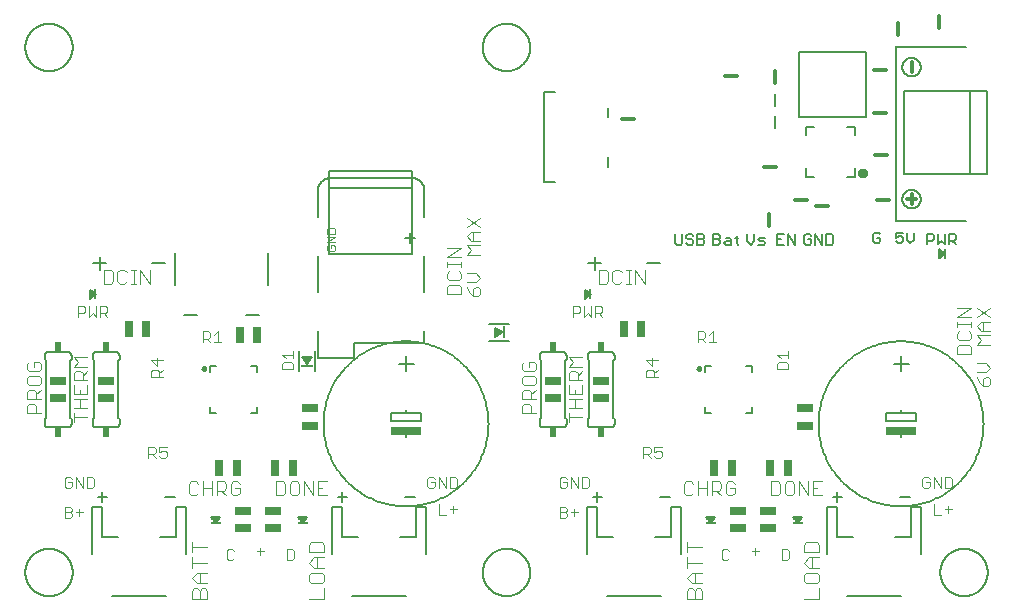
<source format=gto>
G75*
%MOIN*%
%OFA0B0*%
%FSLAX25Y25*%
%IPPOS*%
%LPD*%
%AMOC8*
5,1,8,0,0,1.08239X$1,22.5*
%
%ADD10C,0.00600*%
%ADD11C,0.00400*%
%ADD12C,0.00300*%
%ADD13C,0.00500*%
%ADD14C,0.00984*%
%ADD15R,0.02559X0.05512*%
%ADD16R,0.00750X0.03500*%
%ADD17R,0.03500X0.00750*%
%ADD18R,0.05512X0.02559*%
%ADD19C,0.00700*%
%ADD20R,0.02400X0.03400*%
%ADD21C,0.00800*%
%ADD22R,0.10000X0.02500*%
%ADD23R,0.03937X0.00787*%
%ADD24R,0.00787X0.03937*%
%ADD25C,0.01600*%
%ADD26C,0.01200*%
D10*
X0077000Y0062290D02*
X0075500Y0064290D01*
X0078500Y0064290D01*
X0077000Y0062290D01*
X0076834Y0062511D02*
X0077166Y0062511D01*
X0077615Y0063110D02*
X0076385Y0063110D01*
X0075936Y0063708D02*
X0078064Y0063708D01*
X0104500Y0064290D02*
X0106000Y0062290D01*
X0107500Y0064290D01*
X0104500Y0064290D01*
X0104936Y0063708D02*
X0107064Y0063708D01*
X0106615Y0063110D02*
X0105385Y0063110D01*
X0105834Y0062511D02*
X0106166Y0062511D01*
X0140500Y0090790D02*
X0140500Y0092790D01*
X0113000Y0095290D02*
X0113008Y0095965D01*
X0113033Y0096639D01*
X0113075Y0097313D01*
X0113132Y0097985D01*
X0113207Y0098656D01*
X0113298Y0099325D01*
X0113405Y0099991D01*
X0113528Y0100655D01*
X0113668Y0101315D01*
X0113824Y0101972D01*
X0113996Y0102625D01*
X0114184Y0103273D01*
X0114388Y0103916D01*
X0114608Y0104554D01*
X0114843Y0105187D01*
X0115093Y0105814D01*
X0115359Y0106434D01*
X0115640Y0107048D01*
X0115936Y0107654D01*
X0116247Y0108253D01*
X0116573Y0108845D01*
X0116912Y0109428D01*
X0117267Y0110002D01*
X0117635Y0110568D01*
X0118016Y0111125D01*
X0118412Y0111672D01*
X0118820Y0112209D01*
X0119242Y0112736D01*
X0119677Y0113252D01*
X0120124Y0113758D01*
X0120583Y0114252D01*
X0121055Y0114735D01*
X0121538Y0115207D01*
X0122032Y0115666D01*
X0122538Y0116113D01*
X0123054Y0116548D01*
X0123581Y0116970D01*
X0124118Y0117378D01*
X0124665Y0117774D01*
X0125222Y0118155D01*
X0125788Y0118523D01*
X0126362Y0118878D01*
X0126945Y0119217D01*
X0127537Y0119543D01*
X0128136Y0119854D01*
X0128742Y0120150D01*
X0129356Y0120431D01*
X0129976Y0120697D01*
X0130603Y0120947D01*
X0131236Y0121182D01*
X0131874Y0121402D01*
X0132517Y0121606D01*
X0133165Y0121794D01*
X0133818Y0121966D01*
X0134475Y0122122D01*
X0135135Y0122262D01*
X0135799Y0122385D01*
X0136465Y0122492D01*
X0137134Y0122583D01*
X0137805Y0122658D01*
X0138477Y0122715D01*
X0139151Y0122757D01*
X0139825Y0122782D01*
X0140500Y0122790D01*
X0141175Y0122782D01*
X0141849Y0122757D01*
X0142523Y0122715D01*
X0143195Y0122658D01*
X0143866Y0122583D01*
X0144535Y0122492D01*
X0145201Y0122385D01*
X0145865Y0122262D01*
X0146525Y0122122D01*
X0147182Y0121966D01*
X0147835Y0121794D01*
X0148483Y0121606D01*
X0149126Y0121402D01*
X0149764Y0121182D01*
X0150397Y0120947D01*
X0151024Y0120697D01*
X0151644Y0120431D01*
X0152258Y0120150D01*
X0152864Y0119854D01*
X0153463Y0119543D01*
X0154055Y0119217D01*
X0154638Y0118878D01*
X0155212Y0118523D01*
X0155778Y0118155D01*
X0156335Y0117774D01*
X0156882Y0117378D01*
X0157419Y0116970D01*
X0157946Y0116548D01*
X0158462Y0116113D01*
X0158968Y0115666D01*
X0159462Y0115207D01*
X0159945Y0114735D01*
X0160417Y0114252D01*
X0160876Y0113758D01*
X0161323Y0113252D01*
X0161758Y0112736D01*
X0162180Y0112209D01*
X0162588Y0111672D01*
X0162984Y0111125D01*
X0163365Y0110568D01*
X0163733Y0110002D01*
X0164088Y0109428D01*
X0164427Y0108845D01*
X0164753Y0108253D01*
X0165064Y0107654D01*
X0165360Y0107048D01*
X0165641Y0106434D01*
X0165907Y0105814D01*
X0166157Y0105187D01*
X0166392Y0104554D01*
X0166612Y0103916D01*
X0166816Y0103273D01*
X0167004Y0102625D01*
X0167176Y0101972D01*
X0167332Y0101315D01*
X0167472Y0100655D01*
X0167595Y0099991D01*
X0167702Y0099325D01*
X0167793Y0098656D01*
X0167868Y0097985D01*
X0167925Y0097313D01*
X0167967Y0096639D01*
X0167992Y0095965D01*
X0168000Y0095290D01*
X0167992Y0094615D01*
X0167967Y0093941D01*
X0167925Y0093267D01*
X0167868Y0092595D01*
X0167793Y0091924D01*
X0167702Y0091255D01*
X0167595Y0090589D01*
X0167472Y0089925D01*
X0167332Y0089265D01*
X0167176Y0088608D01*
X0167004Y0087955D01*
X0166816Y0087307D01*
X0166612Y0086664D01*
X0166392Y0086026D01*
X0166157Y0085393D01*
X0165907Y0084766D01*
X0165641Y0084146D01*
X0165360Y0083532D01*
X0165064Y0082926D01*
X0164753Y0082327D01*
X0164427Y0081735D01*
X0164088Y0081152D01*
X0163733Y0080578D01*
X0163365Y0080012D01*
X0162984Y0079455D01*
X0162588Y0078908D01*
X0162180Y0078371D01*
X0161758Y0077844D01*
X0161323Y0077328D01*
X0160876Y0076822D01*
X0160417Y0076328D01*
X0159945Y0075845D01*
X0159462Y0075373D01*
X0158968Y0074914D01*
X0158462Y0074467D01*
X0157946Y0074032D01*
X0157419Y0073610D01*
X0156882Y0073202D01*
X0156335Y0072806D01*
X0155778Y0072425D01*
X0155212Y0072057D01*
X0154638Y0071702D01*
X0154055Y0071363D01*
X0153463Y0071037D01*
X0152864Y0070726D01*
X0152258Y0070430D01*
X0151644Y0070149D01*
X0151024Y0069883D01*
X0150397Y0069633D01*
X0149764Y0069398D01*
X0149126Y0069178D01*
X0148483Y0068974D01*
X0147835Y0068786D01*
X0147182Y0068614D01*
X0146525Y0068458D01*
X0145865Y0068318D01*
X0145201Y0068195D01*
X0144535Y0068088D01*
X0143866Y0067997D01*
X0143195Y0067922D01*
X0142523Y0067865D01*
X0141849Y0067823D01*
X0141175Y0067798D01*
X0140500Y0067790D01*
X0139825Y0067798D01*
X0139151Y0067823D01*
X0138477Y0067865D01*
X0137805Y0067922D01*
X0137134Y0067997D01*
X0136465Y0068088D01*
X0135799Y0068195D01*
X0135135Y0068318D01*
X0134475Y0068458D01*
X0133818Y0068614D01*
X0133165Y0068786D01*
X0132517Y0068974D01*
X0131874Y0069178D01*
X0131236Y0069398D01*
X0130603Y0069633D01*
X0129976Y0069883D01*
X0129356Y0070149D01*
X0128742Y0070430D01*
X0128136Y0070726D01*
X0127537Y0071037D01*
X0126945Y0071363D01*
X0126362Y0071702D01*
X0125788Y0072057D01*
X0125222Y0072425D01*
X0124665Y0072806D01*
X0124118Y0073202D01*
X0123581Y0073610D01*
X0123054Y0074032D01*
X0122538Y0074467D01*
X0122032Y0074914D01*
X0121538Y0075373D01*
X0121055Y0075845D01*
X0120583Y0076328D01*
X0120124Y0076822D01*
X0119677Y0077328D01*
X0119242Y0077844D01*
X0118820Y0078371D01*
X0118412Y0078908D01*
X0118016Y0079455D01*
X0117635Y0080012D01*
X0117267Y0080578D01*
X0116912Y0081152D01*
X0116573Y0081735D01*
X0116247Y0082327D01*
X0115936Y0082926D01*
X0115640Y0083532D01*
X0115359Y0084146D01*
X0115093Y0084766D01*
X0114843Y0085393D01*
X0114608Y0086026D01*
X0114388Y0086664D01*
X0114184Y0087307D01*
X0113996Y0087955D01*
X0113824Y0088608D01*
X0113668Y0089265D01*
X0113528Y0089925D01*
X0113405Y0090589D01*
X0113298Y0091255D01*
X0113207Y0091924D01*
X0113132Y0092595D01*
X0113075Y0093267D01*
X0113033Y0093941D01*
X0113008Y0094615D01*
X0113000Y0095290D01*
X0135500Y0096290D02*
X0145500Y0096290D01*
X0145500Y0098790D01*
X0140500Y0098790D01*
X0135500Y0098790D01*
X0135500Y0096290D01*
X0140500Y0098790D02*
X0140500Y0099790D01*
X0140500Y0112790D02*
X0140500Y0117790D01*
X0138000Y0115290D02*
X0143000Y0115290D01*
X0185000Y0116790D02*
X0185500Y0116290D01*
X0185500Y0097290D01*
X0185000Y0096790D01*
X0185000Y0095290D01*
X0185002Y0095230D01*
X0185007Y0095169D01*
X0185016Y0095110D01*
X0185029Y0095051D01*
X0185045Y0094992D01*
X0185065Y0094935D01*
X0185088Y0094880D01*
X0185115Y0094825D01*
X0185144Y0094773D01*
X0185177Y0094722D01*
X0185213Y0094673D01*
X0185251Y0094627D01*
X0185293Y0094583D01*
X0185337Y0094541D01*
X0185383Y0094503D01*
X0185432Y0094467D01*
X0185483Y0094434D01*
X0185535Y0094405D01*
X0185590Y0094378D01*
X0185645Y0094355D01*
X0185702Y0094335D01*
X0185761Y0094319D01*
X0185820Y0094306D01*
X0185879Y0094297D01*
X0185940Y0094292D01*
X0186000Y0094290D01*
X0193000Y0094290D01*
X0193060Y0094292D01*
X0193121Y0094297D01*
X0193180Y0094306D01*
X0193239Y0094319D01*
X0193298Y0094335D01*
X0193355Y0094355D01*
X0193410Y0094378D01*
X0193465Y0094405D01*
X0193517Y0094434D01*
X0193568Y0094467D01*
X0193617Y0094503D01*
X0193663Y0094541D01*
X0193707Y0094583D01*
X0193749Y0094627D01*
X0193787Y0094673D01*
X0193823Y0094722D01*
X0193856Y0094773D01*
X0193885Y0094825D01*
X0193912Y0094880D01*
X0193935Y0094935D01*
X0193955Y0094992D01*
X0193971Y0095051D01*
X0193984Y0095110D01*
X0193993Y0095169D01*
X0193998Y0095230D01*
X0194000Y0095290D01*
X0194000Y0096790D01*
X0193500Y0097290D01*
X0193500Y0116290D01*
X0194000Y0116790D01*
X0194000Y0118290D01*
X0193998Y0118350D01*
X0193993Y0118411D01*
X0193984Y0118470D01*
X0193971Y0118529D01*
X0193955Y0118588D01*
X0193935Y0118645D01*
X0193912Y0118700D01*
X0193885Y0118755D01*
X0193856Y0118807D01*
X0193823Y0118858D01*
X0193787Y0118907D01*
X0193749Y0118953D01*
X0193707Y0118997D01*
X0193663Y0119039D01*
X0193617Y0119077D01*
X0193568Y0119113D01*
X0193517Y0119146D01*
X0193465Y0119175D01*
X0193410Y0119202D01*
X0193355Y0119225D01*
X0193298Y0119245D01*
X0193239Y0119261D01*
X0193180Y0119274D01*
X0193121Y0119283D01*
X0193060Y0119288D01*
X0193000Y0119290D01*
X0186000Y0119290D01*
X0185940Y0119288D01*
X0185879Y0119283D01*
X0185820Y0119274D01*
X0185761Y0119261D01*
X0185702Y0119245D01*
X0185645Y0119225D01*
X0185590Y0119202D01*
X0185535Y0119175D01*
X0185483Y0119146D01*
X0185432Y0119113D01*
X0185383Y0119077D01*
X0185337Y0119039D01*
X0185293Y0118997D01*
X0185251Y0118953D01*
X0185213Y0118907D01*
X0185177Y0118858D01*
X0185144Y0118807D01*
X0185115Y0118755D01*
X0185088Y0118700D01*
X0185065Y0118645D01*
X0185045Y0118588D01*
X0185029Y0118529D01*
X0185016Y0118470D01*
X0185007Y0118411D01*
X0185002Y0118350D01*
X0185000Y0118290D01*
X0185000Y0116790D01*
X0201000Y0116790D02*
X0201500Y0116290D01*
X0201500Y0097290D01*
X0201000Y0096790D01*
X0201000Y0095290D01*
X0201002Y0095230D01*
X0201007Y0095169D01*
X0201016Y0095110D01*
X0201029Y0095051D01*
X0201045Y0094992D01*
X0201065Y0094935D01*
X0201088Y0094880D01*
X0201115Y0094825D01*
X0201144Y0094773D01*
X0201177Y0094722D01*
X0201213Y0094673D01*
X0201251Y0094627D01*
X0201293Y0094583D01*
X0201337Y0094541D01*
X0201383Y0094503D01*
X0201432Y0094467D01*
X0201483Y0094434D01*
X0201535Y0094405D01*
X0201590Y0094378D01*
X0201645Y0094355D01*
X0201702Y0094335D01*
X0201761Y0094319D01*
X0201820Y0094306D01*
X0201879Y0094297D01*
X0201940Y0094292D01*
X0202000Y0094290D01*
X0209000Y0094290D01*
X0209060Y0094292D01*
X0209121Y0094297D01*
X0209180Y0094306D01*
X0209239Y0094319D01*
X0209298Y0094335D01*
X0209355Y0094355D01*
X0209410Y0094378D01*
X0209465Y0094405D01*
X0209517Y0094434D01*
X0209568Y0094467D01*
X0209617Y0094503D01*
X0209663Y0094541D01*
X0209707Y0094583D01*
X0209749Y0094627D01*
X0209787Y0094673D01*
X0209823Y0094722D01*
X0209856Y0094773D01*
X0209885Y0094825D01*
X0209912Y0094880D01*
X0209935Y0094935D01*
X0209955Y0094992D01*
X0209971Y0095051D01*
X0209984Y0095110D01*
X0209993Y0095169D01*
X0209998Y0095230D01*
X0210000Y0095290D01*
X0210000Y0096790D01*
X0209500Y0097290D01*
X0209500Y0116290D01*
X0210000Y0116790D01*
X0210000Y0118290D01*
X0209998Y0118350D01*
X0209993Y0118411D01*
X0209984Y0118470D01*
X0209971Y0118529D01*
X0209955Y0118588D01*
X0209935Y0118645D01*
X0209912Y0118700D01*
X0209885Y0118755D01*
X0209856Y0118807D01*
X0209823Y0118858D01*
X0209787Y0118907D01*
X0209749Y0118953D01*
X0209707Y0118997D01*
X0209663Y0119039D01*
X0209617Y0119077D01*
X0209568Y0119113D01*
X0209517Y0119146D01*
X0209465Y0119175D01*
X0209410Y0119202D01*
X0209355Y0119225D01*
X0209298Y0119245D01*
X0209239Y0119261D01*
X0209180Y0119274D01*
X0209121Y0119283D01*
X0209060Y0119288D01*
X0209000Y0119290D01*
X0202000Y0119290D01*
X0201940Y0119288D01*
X0201879Y0119283D01*
X0201820Y0119274D01*
X0201761Y0119261D01*
X0201702Y0119245D01*
X0201645Y0119225D01*
X0201590Y0119202D01*
X0201535Y0119175D01*
X0201483Y0119146D01*
X0201432Y0119113D01*
X0201383Y0119077D01*
X0201337Y0119039D01*
X0201293Y0118997D01*
X0201251Y0118953D01*
X0201213Y0118907D01*
X0201177Y0118858D01*
X0201144Y0118807D01*
X0201115Y0118755D01*
X0201088Y0118700D01*
X0201065Y0118645D01*
X0201045Y0118588D01*
X0201029Y0118529D01*
X0201016Y0118470D01*
X0201007Y0118411D01*
X0201002Y0118350D01*
X0201000Y0118290D01*
X0201000Y0116790D01*
X0200063Y0137034D02*
X0202063Y0138534D01*
X0200063Y0140034D01*
X0200063Y0137034D01*
X0200063Y0137325D02*
X0200451Y0137325D01*
X0200063Y0137924D02*
X0201249Y0137924D01*
X0202047Y0138522D02*
X0200063Y0138522D01*
X0200063Y0139121D02*
X0201281Y0139121D01*
X0200483Y0139719D02*
X0200063Y0139719D01*
X0203435Y0146658D02*
X0203435Y0150928D01*
X0201300Y0148793D02*
X0205570Y0148793D01*
X0220800Y0148793D02*
X0225070Y0148793D01*
X0303000Y0115290D02*
X0308000Y0115290D01*
X0305500Y0117790D02*
X0305500Y0112790D01*
X0305500Y0099790D02*
X0305500Y0098790D01*
X0310500Y0098790D01*
X0310500Y0096290D01*
X0300500Y0096290D01*
X0300500Y0098790D01*
X0305500Y0098790D01*
X0278000Y0095290D02*
X0278008Y0095965D01*
X0278033Y0096639D01*
X0278075Y0097313D01*
X0278132Y0097985D01*
X0278207Y0098656D01*
X0278298Y0099325D01*
X0278405Y0099991D01*
X0278528Y0100655D01*
X0278668Y0101315D01*
X0278824Y0101972D01*
X0278996Y0102625D01*
X0279184Y0103273D01*
X0279388Y0103916D01*
X0279608Y0104554D01*
X0279843Y0105187D01*
X0280093Y0105814D01*
X0280359Y0106434D01*
X0280640Y0107048D01*
X0280936Y0107654D01*
X0281247Y0108253D01*
X0281573Y0108845D01*
X0281912Y0109428D01*
X0282267Y0110002D01*
X0282635Y0110568D01*
X0283016Y0111125D01*
X0283412Y0111672D01*
X0283820Y0112209D01*
X0284242Y0112736D01*
X0284677Y0113252D01*
X0285124Y0113758D01*
X0285583Y0114252D01*
X0286055Y0114735D01*
X0286538Y0115207D01*
X0287032Y0115666D01*
X0287538Y0116113D01*
X0288054Y0116548D01*
X0288581Y0116970D01*
X0289118Y0117378D01*
X0289665Y0117774D01*
X0290222Y0118155D01*
X0290788Y0118523D01*
X0291362Y0118878D01*
X0291945Y0119217D01*
X0292537Y0119543D01*
X0293136Y0119854D01*
X0293742Y0120150D01*
X0294356Y0120431D01*
X0294976Y0120697D01*
X0295603Y0120947D01*
X0296236Y0121182D01*
X0296874Y0121402D01*
X0297517Y0121606D01*
X0298165Y0121794D01*
X0298818Y0121966D01*
X0299475Y0122122D01*
X0300135Y0122262D01*
X0300799Y0122385D01*
X0301465Y0122492D01*
X0302134Y0122583D01*
X0302805Y0122658D01*
X0303477Y0122715D01*
X0304151Y0122757D01*
X0304825Y0122782D01*
X0305500Y0122790D01*
X0306175Y0122782D01*
X0306849Y0122757D01*
X0307523Y0122715D01*
X0308195Y0122658D01*
X0308866Y0122583D01*
X0309535Y0122492D01*
X0310201Y0122385D01*
X0310865Y0122262D01*
X0311525Y0122122D01*
X0312182Y0121966D01*
X0312835Y0121794D01*
X0313483Y0121606D01*
X0314126Y0121402D01*
X0314764Y0121182D01*
X0315397Y0120947D01*
X0316024Y0120697D01*
X0316644Y0120431D01*
X0317258Y0120150D01*
X0317864Y0119854D01*
X0318463Y0119543D01*
X0319055Y0119217D01*
X0319638Y0118878D01*
X0320212Y0118523D01*
X0320778Y0118155D01*
X0321335Y0117774D01*
X0321882Y0117378D01*
X0322419Y0116970D01*
X0322946Y0116548D01*
X0323462Y0116113D01*
X0323968Y0115666D01*
X0324462Y0115207D01*
X0324945Y0114735D01*
X0325417Y0114252D01*
X0325876Y0113758D01*
X0326323Y0113252D01*
X0326758Y0112736D01*
X0327180Y0112209D01*
X0327588Y0111672D01*
X0327984Y0111125D01*
X0328365Y0110568D01*
X0328733Y0110002D01*
X0329088Y0109428D01*
X0329427Y0108845D01*
X0329753Y0108253D01*
X0330064Y0107654D01*
X0330360Y0107048D01*
X0330641Y0106434D01*
X0330907Y0105814D01*
X0331157Y0105187D01*
X0331392Y0104554D01*
X0331612Y0103916D01*
X0331816Y0103273D01*
X0332004Y0102625D01*
X0332176Y0101972D01*
X0332332Y0101315D01*
X0332472Y0100655D01*
X0332595Y0099991D01*
X0332702Y0099325D01*
X0332793Y0098656D01*
X0332868Y0097985D01*
X0332925Y0097313D01*
X0332967Y0096639D01*
X0332992Y0095965D01*
X0333000Y0095290D01*
X0332992Y0094615D01*
X0332967Y0093941D01*
X0332925Y0093267D01*
X0332868Y0092595D01*
X0332793Y0091924D01*
X0332702Y0091255D01*
X0332595Y0090589D01*
X0332472Y0089925D01*
X0332332Y0089265D01*
X0332176Y0088608D01*
X0332004Y0087955D01*
X0331816Y0087307D01*
X0331612Y0086664D01*
X0331392Y0086026D01*
X0331157Y0085393D01*
X0330907Y0084766D01*
X0330641Y0084146D01*
X0330360Y0083532D01*
X0330064Y0082926D01*
X0329753Y0082327D01*
X0329427Y0081735D01*
X0329088Y0081152D01*
X0328733Y0080578D01*
X0328365Y0080012D01*
X0327984Y0079455D01*
X0327588Y0078908D01*
X0327180Y0078371D01*
X0326758Y0077844D01*
X0326323Y0077328D01*
X0325876Y0076822D01*
X0325417Y0076328D01*
X0324945Y0075845D01*
X0324462Y0075373D01*
X0323968Y0074914D01*
X0323462Y0074467D01*
X0322946Y0074032D01*
X0322419Y0073610D01*
X0321882Y0073202D01*
X0321335Y0072806D01*
X0320778Y0072425D01*
X0320212Y0072057D01*
X0319638Y0071702D01*
X0319055Y0071363D01*
X0318463Y0071037D01*
X0317864Y0070726D01*
X0317258Y0070430D01*
X0316644Y0070149D01*
X0316024Y0069883D01*
X0315397Y0069633D01*
X0314764Y0069398D01*
X0314126Y0069178D01*
X0313483Y0068974D01*
X0312835Y0068786D01*
X0312182Y0068614D01*
X0311525Y0068458D01*
X0310865Y0068318D01*
X0310201Y0068195D01*
X0309535Y0068088D01*
X0308866Y0067997D01*
X0308195Y0067922D01*
X0307523Y0067865D01*
X0306849Y0067823D01*
X0306175Y0067798D01*
X0305500Y0067790D01*
X0304825Y0067798D01*
X0304151Y0067823D01*
X0303477Y0067865D01*
X0302805Y0067922D01*
X0302134Y0067997D01*
X0301465Y0068088D01*
X0300799Y0068195D01*
X0300135Y0068318D01*
X0299475Y0068458D01*
X0298818Y0068614D01*
X0298165Y0068786D01*
X0297517Y0068974D01*
X0296874Y0069178D01*
X0296236Y0069398D01*
X0295603Y0069633D01*
X0294976Y0069883D01*
X0294356Y0070149D01*
X0293742Y0070430D01*
X0293136Y0070726D01*
X0292537Y0071037D01*
X0291945Y0071363D01*
X0291362Y0071702D01*
X0290788Y0072057D01*
X0290222Y0072425D01*
X0289665Y0072806D01*
X0289118Y0073202D01*
X0288581Y0073610D01*
X0288054Y0074032D01*
X0287538Y0074467D01*
X0287032Y0074914D01*
X0286538Y0075373D01*
X0286055Y0075845D01*
X0285583Y0076328D01*
X0285124Y0076822D01*
X0284677Y0077328D01*
X0284242Y0077844D01*
X0283820Y0078371D01*
X0283412Y0078908D01*
X0283016Y0079455D01*
X0282635Y0080012D01*
X0282267Y0080578D01*
X0281912Y0081152D01*
X0281573Y0081735D01*
X0281247Y0082327D01*
X0280936Y0082926D01*
X0280640Y0083532D01*
X0280359Y0084146D01*
X0280093Y0084766D01*
X0279843Y0085393D01*
X0279608Y0086026D01*
X0279388Y0086664D01*
X0279184Y0087307D01*
X0278996Y0087955D01*
X0278824Y0088608D01*
X0278668Y0089265D01*
X0278528Y0089925D01*
X0278405Y0090589D01*
X0278298Y0091255D01*
X0278207Y0091924D01*
X0278132Y0092595D01*
X0278075Y0093267D01*
X0278033Y0093941D01*
X0278008Y0094615D01*
X0278000Y0095290D01*
X0305500Y0092790D02*
X0305500Y0090790D01*
X0272500Y0064290D02*
X0269500Y0064290D01*
X0271000Y0062290D01*
X0272500Y0064290D01*
X0272064Y0063708D02*
X0269936Y0063708D01*
X0270385Y0063110D02*
X0271615Y0063110D01*
X0271166Y0062511D02*
X0270834Y0062511D01*
X0243500Y0064290D02*
X0240500Y0064290D01*
X0242000Y0062290D01*
X0243500Y0064290D01*
X0243064Y0063708D02*
X0240936Y0063708D01*
X0241385Y0063110D02*
X0242615Y0063110D01*
X0242166Y0062511D02*
X0241834Y0062511D01*
X0318268Y0150416D02*
X0320268Y0151916D01*
X0318268Y0153416D01*
X0318268Y0150416D01*
X0318268Y0150493D02*
X0318369Y0150493D01*
X0318268Y0151091D02*
X0319167Y0151091D01*
X0319965Y0151690D02*
X0318268Y0151690D01*
X0318268Y0152288D02*
X0319772Y0152288D01*
X0318974Y0152887D02*
X0318268Y0152887D01*
X0060070Y0148793D02*
X0055800Y0148793D01*
X0040570Y0148793D02*
X0036300Y0148793D01*
X0038435Y0150928D02*
X0038435Y0146658D01*
X0035063Y0140034D02*
X0035063Y0137034D01*
X0037063Y0138534D01*
X0035063Y0140034D01*
X0035063Y0139719D02*
X0035483Y0139719D01*
X0035063Y0139121D02*
X0036281Y0139121D01*
X0037047Y0138522D02*
X0035063Y0138522D01*
X0035063Y0137924D02*
X0036249Y0137924D01*
X0035451Y0137325D02*
X0035063Y0137325D01*
X0037000Y0119290D02*
X0044000Y0119290D01*
X0044060Y0119288D01*
X0044121Y0119283D01*
X0044180Y0119274D01*
X0044239Y0119261D01*
X0044298Y0119245D01*
X0044355Y0119225D01*
X0044410Y0119202D01*
X0044465Y0119175D01*
X0044517Y0119146D01*
X0044568Y0119113D01*
X0044617Y0119077D01*
X0044663Y0119039D01*
X0044707Y0118997D01*
X0044749Y0118953D01*
X0044787Y0118907D01*
X0044823Y0118858D01*
X0044856Y0118807D01*
X0044885Y0118755D01*
X0044912Y0118700D01*
X0044935Y0118645D01*
X0044955Y0118588D01*
X0044971Y0118529D01*
X0044984Y0118470D01*
X0044993Y0118411D01*
X0044998Y0118350D01*
X0045000Y0118290D01*
X0045000Y0116790D01*
X0044500Y0116290D01*
X0044500Y0097290D01*
X0045000Y0096790D01*
X0045000Y0095290D01*
X0044998Y0095230D01*
X0044993Y0095169D01*
X0044984Y0095110D01*
X0044971Y0095051D01*
X0044955Y0094992D01*
X0044935Y0094935D01*
X0044912Y0094880D01*
X0044885Y0094825D01*
X0044856Y0094773D01*
X0044823Y0094722D01*
X0044787Y0094673D01*
X0044749Y0094627D01*
X0044707Y0094583D01*
X0044663Y0094541D01*
X0044617Y0094503D01*
X0044568Y0094467D01*
X0044517Y0094434D01*
X0044465Y0094405D01*
X0044410Y0094378D01*
X0044355Y0094355D01*
X0044298Y0094335D01*
X0044239Y0094319D01*
X0044180Y0094306D01*
X0044121Y0094297D01*
X0044060Y0094292D01*
X0044000Y0094290D01*
X0037000Y0094290D01*
X0036940Y0094292D01*
X0036879Y0094297D01*
X0036820Y0094306D01*
X0036761Y0094319D01*
X0036702Y0094335D01*
X0036645Y0094355D01*
X0036590Y0094378D01*
X0036535Y0094405D01*
X0036483Y0094434D01*
X0036432Y0094467D01*
X0036383Y0094503D01*
X0036337Y0094541D01*
X0036293Y0094583D01*
X0036251Y0094627D01*
X0036213Y0094673D01*
X0036177Y0094722D01*
X0036144Y0094773D01*
X0036115Y0094825D01*
X0036088Y0094880D01*
X0036065Y0094935D01*
X0036045Y0094992D01*
X0036029Y0095051D01*
X0036016Y0095110D01*
X0036007Y0095169D01*
X0036002Y0095230D01*
X0036000Y0095290D01*
X0036000Y0096790D01*
X0036500Y0097290D01*
X0036500Y0116290D01*
X0036000Y0116790D01*
X0036000Y0118290D01*
X0036002Y0118350D01*
X0036007Y0118411D01*
X0036016Y0118470D01*
X0036029Y0118529D01*
X0036045Y0118588D01*
X0036065Y0118645D01*
X0036088Y0118700D01*
X0036115Y0118755D01*
X0036144Y0118807D01*
X0036177Y0118858D01*
X0036213Y0118907D01*
X0036251Y0118953D01*
X0036293Y0118997D01*
X0036337Y0119039D01*
X0036383Y0119077D01*
X0036432Y0119113D01*
X0036483Y0119146D01*
X0036535Y0119175D01*
X0036590Y0119202D01*
X0036645Y0119225D01*
X0036702Y0119245D01*
X0036761Y0119261D01*
X0036820Y0119274D01*
X0036879Y0119283D01*
X0036940Y0119288D01*
X0037000Y0119290D01*
X0029000Y0118290D02*
X0029000Y0116790D01*
X0028500Y0116290D01*
X0028500Y0097290D01*
X0029000Y0096790D01*
X0029000Y0095290D01*
X0028998Y0095230D01*
X0028993Y0095169D01*
X0028984Y0095110D01*
X0028971Y0095051D01*
X0028955Y0094992D01*
X0028935Y0094935D01*
X0028912Y0094880D01*
X0028885Y0094825D01*
X0028856Y0094773D01*
X0028823Y0094722D01*
X0028787Y0094673D01*
X0028749Y0094627D01*
X0028707Y0094583D01*
X0028663Y0094541D01*
X0028617Y0094503D01*
X0028568Y0094467D01*
X0028517Y0094434D01*
X0028465Y0094405D01*
X0028410Y0094378D01*
X0028355Y0094355D01*
X0028298Y0094335D01*
X0028239Y0094319D01*
X0028180Y0094306D01*
X0028121Y0094297D01*
X0028060Y0094292D01*
X0028000Y0094290D01*
X0021000Y0094290D01*
X0020940Y0094292D01*
X0020879Y0094297D01*
X0020820Y0094306D01*
X0020761Y0094319D01*
X0020702Y0094335D01*
X0020645Y0094355D01*
X0020590Y0094378D01*
X0020535Y0094405D01*
X0020483Y0094434D01*
X0020432Y0094467D01*
X0020383Y0094503D01*
X0020337Y0094541D01*
X0020293Y0094583D01*
X0020251Y0094627D01*
X0020213Y0094673D01*
X0020177Y0094722D01*
X0020144Y0094773D01*
X0020115Y0094825D01*
X0020088Y0094880D01*
X0020065Y0094935D01*
X0020045Y0094992D01*
X0020029Y0095051D01*
X0020016Y0095110D01*
X0020007Y0095169D01*
X0020002Y0095230D01*
X0020000Y0095290D01*
X0020000Y0096790D01*
X0020500Y0097290D01*
X0020500Y0116290D01*
X0020000Y0116790D01*
X0020000Y0118290D01*
X0020002Y0118350D01*
X0020007Y0118411D01*
X0020016Y0118470D01*
X0020029Y0118529D01*
X0020045Y0118588D01*
X0020065Y0118645D01*
X0020088Y0118700D01*
X0020115Y0118755D01*
X0020144Y0118807D01*
X0020177Y0118858D01*
X0020213Y0118907D01*
X0020251Y0118953D01*
X0020293Y0118997D01*
X0020337Y0119039D01*
X0020383Y0119077D01*
X0020432Y0119113D01*
X0020483Y0119146D01*
X0020535Y0119175D01*
X0020590Y0119202D01*
X0020645Y0119225D01*
X0020702Y0119245D01*
X0020761Y0119261D01*
X0020820Y0119274D01*
X0020879Y0119283D01*
X0020940Y0119288D01*
X0021000Y0119290D01*
X0028000Y0119290D01*
X0028060Y0119288D01*
X0028121Y0119283D01*
X0028180Y0119274D01*
X0028239Y0119261D01*
X0028298Y0119245D01*
X0028355Y0119225D01*
X0028410Y0119202D01*
X0028465Y0119175D01*
X0028517Y0119146D01*
X0028568Y0119113D01*
X0028617Y0119077D01*
X0028663Y0119039D01*
X0028707Y0118997D01*
X0028749Y0118953D01*
X0028787Y0118907D01*
X0028823Y0118858D01*
X0028856Y0118807D01*
X0028885Y0118755D01*
X0028912Y0118700D01*
X0028935Y0118645D01*
X0028955Y0118588D01*
X0028971Y0118529D01*
X0028984Y0118470D01*
X0028993Y0118411D01*
X0028998Y0118350D01*
X0029000Y0118290D01*
D11*
X0029696Y0117475D02*
X0034300Y0117475D01*
X0034300Y0114406D02*
X0029696Y0114406D01*
X0031231Y0115941D01*
X0029696Y0117475D01*
X0030463Y0112871D02*
X0031998Y0112871D01*
X0032765Y0112104D01*
X0032765Y0109802D01*
X0032765Y0111337D02*
X0034300Y0112871D01*
X0034300Y0109802D02*
X0029696Y0109802D01*
X0029696Y0112104D01*
X0030463Y0112871D01*
X0029696Y0108267D02*
X0029696Y0105198D01*
X0034300Y0105198D01*
X0034300Y0108267D01*
X0031998Y0106733D02*
X0031998Y0105198D01*
X0031998Y0103663D02*
X0031998Y0100594D01*
X0034300Y0100594D02*
X0029696Y0100594D01*
X0029696Y0099060D02*
X0029696Y0095990D01*
X0029696Y0097525D02*
X0034300Y0097525D01*
X0034300Y0103663D02*
X0029696Y0103663D01*
X0018800Y0103594D02*
X0014196Y0103594D01*
X0014196Y0105896D01*
X0014963Y0106663D01*
X0016498Y0106663D01*
X0017265Y0105896D01*
X0017265Y0103594D01*
X0017265Y0105129D02*
X0018800Y0106663D01*
X0018033Y0108198D02*
X0018800Y0108965D01*
X0018800Y0110500D01*
X0018033Y0111267D01*
X0014963Y0111267D01*
X0014196Y0110500D01*
X0014196Y0108965D01*
X0014963Y0108198D01*
X0018033Y0108198D01*
X0018033Y0112802D02*
X0018800Y0113569D01*
X0018800Y0115104D01*
X0018033Y0115871D01*
X0016498Y0115871D01*
X0016498Y0114337D01*
X0014963Y0115871D02*
X0014196Y0115104D01*
X0014196Y0113569D01*
X0014963Y0112802D01*
X0018033Y0112802D01*
X0016498Y0102060D02*
X0017265Y0101292D01*
X0017265Y0098990D01*
X0018800Y0098990D02*
X0014196Y0098990D01*
X0014196Y0101292D01*
X0014963Y0102060D01*
X0016498Y0102060D01*
X0027301Y0077593D02*
X0026700Y0076993D01*
X0026700Y0074591D01*
X0027301Y0073990D01*
X0028502Y0073990D01*
X0029102Y0074591D01*
X0029102Y0075792D01*
X0027901Y0075792D01*
X0029102Y0076993D02*
X0028502Y0077593D01*
X0027301Y0077593D01*
X0030383Y0077593D02*
X0030383Y0073990D01*
X0032785Y0073990D02*
X0030383Y0077593D01*
X0032785Y0077593D02*
X0032785Y0073990D01*
X0034066Y0073990D02*
X0035868Y0073990D01*
X0036468Y0074591D01*
X0036468Y0076993D01*
X0035868Y0077593D01*
X0034066Y0077593D01*
X0034066Y0073990D01*
X0031584Y0066993D02*
X0031584Y0064591D01*
X0030383Y0065792D02*
X0032785Y0065792D01*
X0029102Y0066392D02*
X0029102Y0066993D01*
X0028502Y0067593D01*
X0026700Y0067593D01*
X0026700Y0063990D01*
X0028502Y0063990D01*
X0029102Y0064591D01*
X0029102Y0065191D01*
X0028502Y0065792D01*
X0026700Y0065792D01*
X0028502Y0065792D02*
X0029102Y0066392D01*
X0068200Y0072258D02*
X0068967Y0071490D01*
X0070502Y0071490D01*
X0071269Y0072258D01*
X0072804Y0071490D02*
X0072804Y0076094D01*
X0071269Y0075327D02*
X0070502Y0076094D01*
X0068967Y0076094D01*
X0068200Y0075327D01*
X0068200Y0072258D01*
X0072804Y0073792D02*
X0075873Y0073792D01*
X0077408Y0073025D02*
X0079710Y0073025D01*
X0080477Y0073792D01*
X0080477Y0075327D01*
X0079710Y0076094D01*
X0077408Y0076094D01*
X0077408Y0071490D01*
X0075873Y0071490D02*
X0075873Y0076094D01*
X0078942Y0073025D02*
X0080477Y0071490D01*
X0082012Y0072258D02*
X0082779Y0071490D01*
X0084314Y0071490D01*
X0085081Y0072258D01*
X0085081Y0073792D01*
X0083546Y0073792D01*
X0082012Y0072258D02*
X0082012Y0075327D01*
X0082779Y0076094D01*
X0084314Y0076094D01*
X0085081Y0075327D01*
X0097200Y0076094D02*
X0097200Y0071490D01*
X0099502Y0071490D01*
X0100269Y0072258D01*
X0100269Y0075327D01*
X0099502Y0076094D01*
X0097200Y0076094D01*
X0101804Y0075327D02*
X0101804Y0072258D01*
X0102571Y0071490D01*
X0104106Y0071490D01*
X0104873Y0072258D01*
X0104873Y0075327D01*
X0104106Y0076094D01*
X0102571Y0076094D01*
X0101804Y0075327D01*
X0106408Y0076094D02*
X0106408Y0071490D01*
X0109477Y0071490D02*
X0106408Y0076094D01*
X0109477Y0076094D02*
X0109477Y0071490D01*
X0111012Y0071490D02*
X0114081Y0071490D01*
X0112546Y0073792D02*
X0111012Y0073792D01*
X0111012Y0076094D02*
X0111012Y0071490D01*
X0111012Y0076094D02*
X0114081Y0076094D01*
X0112433Y0055929D02*
X0108963Y0055929D01*
X0108096Y0055062D01*
X0108096Y0052459D01*
X0113300Y0052459D01*
X0113300Y0055062D01*
X0112433Y0055929D01*
X0113300Y0050773D02*
X0109830Y0050773D01*
X0108096Y0049038D01*
X0109830Y0047303D01*
X0113300Y0047303D01*
X0112433Y0045616D02*
X0108963Y0045616D01*
X0108096Y0044749D01*
X0108096Y0043014D01*
X0108963Y0042147D01*
X0112433Y0042147D01*
X0113300Y0043014D01*
X0113300Y0044749D01*
X0112433Y0045616D01*
X0110698Y0047303D02*
X0110698Y0050773D01*
X0103102Y0050591D02*
X0103102Y0052993D01*
X0102502Y0053593D01*
X0100700Y0053593D01*
X0100700Y0049990D01*
X0102502Y0049990D01*
X0103102Y0050591D01*
X0093102Y0052792D02*
X0090700Y0052792D01*
X0091901Y0053993D02*
X0091901Y0051591D01*
X0083102Y0050591D02*
X0082502Y0049990D01*
X0081301Y0049990D01*
X0080700Y0050591D01*
X0080700Y0052993D01*
X0081301Y0053593D01*
X0082502Y0053593D01*
X0083102Y0052993D01*
X0074300Y0054194D02*
X0069096Y0054194D01*
X0069096Y0052459D02*
X0069096Y0055929D01*
X0069096Y0050773D02*
X0069096Y0047303D01*
X0069096Y0049038D02*
X0074300Y0049038D01*
X0074300Y0045616D02*
X0070830Y0045616D01*
X0069096Y0043881D01*
X0070830Y0042147D01*
X0074300Y0042147D01*
X0073433Y0040460D02*
X0074300Y0039592D01*
X0074300Y0036990D01*
X0069096Y0036990D01*
X0069096Y0039592D01*
X0069963Y0040460D01*
X0070830Y0040460D01*
X0071698Y0039592D01*
X0071698Y0036990D01*
X0071698Y0039592D02*
X0072565Y0040460D01*
X0073433Y0040460D01*
X0071698Y0042147D02*
X0071698Y0045616D01*
X0108096Y0036990D02*
X0113300Y0036990D01*
X0113300Y0040460D01*
X0151334Y0064990D02*
X0153736Y0064990D01*
X0155017Y0066792D02*
X0157419Y0066792D01*
X0156218Y0067993D02*
X0156218Y0065591D01*
X0151334Y0064990D02*
X0151334Y0068593D01*
X0151334Y0073990D02*
X0151334Y0077593D01*
X0153736Y0073990D01*
X0153736Y0077593D01*
X0155017Y0077593D02*
X0156818Y0077593D01*
X0157419Y0076993D01*
X0157419Y0074591D01*
X0156818Y0073990D01*
X0155017Y0073990D01*
X0155017Y0077593D01*
X0150053Y0076993D02*
X0149452Y0077593D01*
X0148251Y0077593D01*
X0147651Y0076993D01*
X0147651Y0074591D01*
X0148251Y0073990D01*
X0149452Y0073990D01*
X0150053Y0074591D01*
X0150053Y0075792D01*
X0148852Y0075792D01*
X0179196Y0098990D02*
X0179196Y0101292D01*
X0179963Y0102060D01*
X0181498Y0102060D01*
X0182265Y0101292D01*
X0182265Y0098990D01*
X0183800Y0098990D02*
X0179196Y0098990D01*
X0179196Y0103594D02*
X0179196Y0105896D01*
X0179963Y0106663D01*
X0181498Y0106663D01*
X0182265Y0105896D01*
X0182265Y0103594D01*
X0182265Y0105129D02*
X0183800Y0106663D01*
X0183033Y0108198D02*
X0183800Y0108965D01*
X0183800Y0110500D01*
X0183033Y0111267D01*
X0179963Y0111267D01*
X0179196Y0110500D01*
X0179196Y0108965D01*
X0179963Y0108198D01*
X0183033Y0108198D01*
X0183800Y0103594D02*
X0179196Y0103594D01*
X0179963Y0112802D02*
X0183033Y0112802D01*
X0183800Y0113569D01*
X0183800Y0115104D01*
X0183033Y0115871D01*
X0181498Y0115871D01*
X0181498Y0114337D01*
X0179963Y0115871D02*
X0179196Y0115104D01*
X0179196Y0113569D01*
X0179963Y0112802D01*
X0194696Y0112104D02*
X0194696Y0109802D01*
X0199300Y0109802D01*
X0199300Y0108267D02*
X0199300Y0105198D01*
X0194696Y0105198D01*
X0194696Y0108267D01*
X0196998Y0106733D02*
X0196998Y0105198D01*
X0196998Y0103663D02*
X0196998Y0100594D01*
X0199300Y0100594D02*
X0194696Y0100594D01*
X0194696Y0099060D02*
X0194696Y0095990D01*
X0194696Y0097525D02*
X0199300Y0097525D01*
X0199300Y0103663D02*
X0194696Y0103663D01*
X0197765Y0109802D02*
X0197765Y0112104D01*
X0196998Y0112871D01*
X0195463Y0112871D01*
X0194696Y0112104D01*
X0194696Y0114406D02*
X0196231Y0115941D01*
X0194696Y0117475D01*
X0199300Y0117475D01*
X0199300Y0114406D02*
X0194696Y0114406D01*
X0197765Y0111337D02*
X0199300Y0112871D01*
X0165300Y0138634D02*
X0164533Y0137867D01*
X0162998Y0137867D01*
X0162998Y0140169D01*
X0163765Y0140936D01*
X0164533Y0140936D01*
X0165300Y0140169D01*
X0165300Y0138634D01*
X0162998Y0137867D02*
X0161463Y0139401D01*
X0160696Y0140936D01*
X0160696Y0142471D02*
X0163765Y0142471D01*
X0165300Y0144005D01*
X0163765Y0145540D01*
X0160696Y0145540D01*
X0158800Y0145396D02*
X0158033Y0146163D01*
X0158800Y0145396D02*
X0158800Y0143862D01*
X0158033Y0143094D01*
X0154963Y0143094D01*
X0154196Y0143862D01*
X0154196Y0145396D01*
X0154963Y0146163D01*
X0154196Y0147698D02*
X0154196Y0149233D01*
X0154196Y0148465D02*
X0158800Y0148465D01*
X0158800Y0147698D02*
X0158800Y0149233D01*
X0158800Y0150767D02*
X0154196Y0150767D01*
X0158800Y0153837D01*
X0154196Y0153837D01*
X0160696Y0154748D02*
X0165300Y0154748D01*
X0165300Y0156282D02*
X0162231Y0156282D01*
X0160696Y0157817D01*
X0162231Y0159352D01*
X0165300Y0159352D01*
X0165300Y0160886D02*
X0160696Y0163956D01*
X0160696Y0160886D02*
X0165300Y0163956D01*
X0162998Y0159352D02*
X0162998Y0156282D01*
X0160696Y0154748D02*
X0162231Y0153213D01*
X0160696Y0151678D01*
X0165300Y0151678D01*
X0158033Y0141560D02*
X0154963Y0141560D01*
X0154196Y0140792D01*
X0154196Y0138490D01*
X0158800Y0138490D01*
X0158800Y0140792D01*
X0158033Y0141560D01*
X0204700Y0141990D02*
X0207002Y0141990D01*
X0207769Y0142758D01*
X0207769Y0145827D01*
X0207002Y0146594D01*
X0204700Y0146594D01*
X0204700Y0141990D01*
X0209304Y0142758D02*
X0210071Y0141990D01*
X0211606Y0141990D01*
X0212373Y0142758D01*
X0213908Y0141990D02*
X0215442Y0141990D01*
X0214675Y0141990D02*
X0214675Y0146594D01*
X0213908Y0146594D02*
X0215442Y0146594D01*
X0216977Y0146594D02*
X0220046Y0141990D01*
X0220046Y0146594D01*
X0216977Y0146594D02*
X0216977Y0141990D01*
X0212373Y0145827D02*
X0211606Y0146594D01*
X0210071Y0146594D01*
X0209304Y0145827D01*
X0209304Y0142758D01*
X0200868Y0077593D02*
X0199066Y0077593D01*
X0199066Y0073990D01*
X0200868Y0073990D01*
X0201468Y0074591D01*
X0201468Y0076993D01*
X0200868Y0077593D01*
X0197785Y0077593D02*
X0197785Y0073990D01*
X0195383Y0077593D01*
X0195383Y0073990D01*
X0194102Y0074591D02*
X0194102Y0075792D01*
X0192901Y0075792D01*
X0191700Y0076993D02*
X0191700Y0074591D01*
X0192301Y0073990D01*
X0193502Y0073990D01*
X0194102Y0074591D01*
X0194102Y0076993D02*
X0193502Y0077593D01*
X0192301Y0077593D01*
X0191700Y0076993D01*
X0191700Y0067593D02*
X0193502Y0067593D01*
X0194102Y0066993D01*
X0194102Y0066392D01*
X0193502Y0065792D01*
X0191700Y0065792D01*
X0191700Y0067593D02*
X0191700Y0063990D01*
X0193502Y0063990D01*
X0194102Y0064591D01*
X0194102Y0065191D01*
X0193502Y0065792D01*
X0195383Y0065792D02*
X0197785Y0065792D01*
X0196584Y0066993D02*
X0196584Y0064591D01*
X0233200Y0072258D02*
X0233967Y0071490D01*
X0235502Y0071490D01*
X0236269Y0072258D01*
X0237804Y0071490D02*
X0237804Y0076094D01*
X0236269Y0075327D02*
X0235502Y0076094D01*
X0233967Y0076094D01*
X0233200Y0075327D01*
X0233200Y0072258D01*
X0237804Y0073792D02*
X0240873Y0073792D01*
X0242408Y0073025D02*
X0244710Y0073025D01*
X0245477Y0073792D01*
X0245477Y0075327D01*
X0244710Y0076094D01*
X0242408Y0076094D01*
X0242408Y0071490D01*
X0240873Y0071490D02*
X0240873Y0076094D01*
X0243942Y0073025D02*
X0245477Y0071490D01*
X0247012Y0072258D02*
X0247012Y0075327D01*
X0247779Y0076094D01*
X0249314Y0076094D01*
X0250081Y0075327D01*
X0250081Y0073792D02*
X0248546Y0073792D01*
X0250081Y0073792D02*
X0250081Y0072258D01*
X0249314Y0071490D01*
X0247779Y0071490D01*
X0247012Y0072258D01*
X0262200Y0071490D02*
X0264502Y0071490D01*
X0265269Y0072258D01*
X0265269Y0075327D01*
X0264502Y0076094D01*
X0262200Y0076094D01*
X0262200Y0071490D01*
X0266804Y0072258D02*
X0266804Y0075327D01*
X0267571Y0076094D01*
X0269106Y0076094D01*
X0269873Y0075327D01*
X0269873Y0072258D01*
X0269106Y0071490D01*
X0267571Y0071490D01*
X0266804Y0072258D01*
X0271408Y0071490D02*
X0271408Y0076094D01*
X0274477Y0071490D01*
X0274477Y0076094D01*
X0276012Y0076094D02*
X0276012Y0071490D01*
X0279081Y0071490D01*
X0277546Y0073792D02*
X0276012Y0073792D01*
X0276012Y0076094D02*
X0279081Y0076094D01*
X0277433Y0055929D02*
X0273963Y0055929D01*
X0273096Y0055062D01*
X0273096Y0052459D01*
X0278300Y0052459D01*
X0278300Y0055062D01*
X0277433Y0055929D01*
X0278300Y0050773D02*
X0274830Y0050773D01*
X0273096Y0049038D01*
X0274830Y0047303D01*
X0278300Y0047303D01*
X0277433Y0045616D02*
X0273963Y0045616D01*
X0273096Y0044749D01*
X0273096Y0043014D01*
X0273963Y0042147D01*
X0277433Y0042147D01*
X0278300Y0043014D01*
X0278300Y0044749D01*
X0277433Y0045616D01*
X0275698Y0047303D02*
X0275698Y0050773D01*
X0268102Y0050591D02*
X0268102Y0052993D01*
X0267502Y0053593D01*
X0265700Y0053593D01*
X0265700Y0049990D01*
X0267502Y0049990D01*
X0268102Y0050591D01*
X0258102Y0052792D02*
X0255700Y0052792D01*
X0256901Y0053993D02*
X0256901Y0051591D01*
X0248102Y0050591D02*
X0247502Y0049990D01*
X0246301Y0049990D01*
X0245700Y0050591D01*
X0245700Y0052993D01*
X0246301Y0053593D01*
X0247502Y0053593D01*
X0248102Y0052993D01*
X0239300Y0054194D02*
X0234096Y0054194D01*
X0234096Y0052459D02*
X0234096Y0055929D01*
X0234096Y0050773D02*
X0234096Y0047303D01*
X0234096Y0049038D02*
X0239300Y0049038D01*
X0239300Y0045616D02*
X0235830Y0045616D01*
X0234096Y0043881D01*
X0235830Y0042147D01*
X0239300Y0042147D01*
X0238433Y0040460D02*
X0239300Y0039592D01*
X0239300Y0036990D01*
X0234096Y0036990D01*
X0234096Y0039592D01*
X0234963Y0040460D01*
X0235830Y0040460D01*
X0236698Y0039592D01*
X0236698Y0036990D01*
X0236698Y0039592D02*
X0237565Y0040460D01*
X0238433Y0040460D01*
X0236698Y0042147D02*
X0236698Y0045616D01*
X0273096Y0036990D02*
X0278300Y0036990D01*
X0278300Y0040460D01*
X0316334Y0064990D02*
X0316334Y0068593D01*
X0316334Y0064990D02*
X0318736Y0064990D01*
X0320017Y0066792D02*
X0322419Y0066792D01*
X0321218Y0067993D02*
X0321218Y0065591D01*
X0321818Y0073990D02*
X0320017Y0073990D01*
X0320017Y0077593D01*
X0321818Y0077593D01*
X0322419Y0076993D01*
X0322419Y0074591D01*
X0321818Y0073990D01*
X0318736Y0073990D02*
X0318736Y0077593D01*
X0316334Y0077593D02*
X0316334Y0073990D01*
X0315053Y0074591D02*
X0315053Y0075792D01*
X0313852Y0075792D01*
X0315053Y0076993D02*
X0314452Y0077593D01*
X0313251Y0077593D01*
X0312651Y0076993D01*
X0312651Y0074591D01*
X0313251Y0073990D01*
X0314452Y0073990D01*
X0315053Y0074591D01*
X0316334Y0077593D02*
X0318736Y0073990D01*
X0332998Y0107867D02*
X0332998Y0110169D01*
X0333765Y0110936D01*
X0334533Y0110936D01*
X0335300Y0110169D01*
X0335300Y0108634D01*
X0334533Y0107867D01*
X0332998Y0107867D01*
X0331463Y0109401D01*
X0330696Y0110936D01*
X0330696Y0112471D02*
X0333765Y0112471D01*
X0335300Y0114005D01*
X0333765Y0115540D01*
X0330696Y0115540D01*
X0328800Y0118490D02*
X0324196Y0118490D01*
X0324196Y0120792D01*
X0324963Y0121560D01*
X0328033Y0121560D01*
X0328800Y0120792D01*
X0328800Y0118490D01*
X0330696Y0121678D02*
X0332231Y0123213D01*
X0330696Y0124748D01*
X0335300Y0124748D01*
X0335300Y0126282D02*
X0332231Y0126282D01*
X0330696Y0127817D01*
X0332231Y0129352D01*
X0335300Y0129352D01*
X0335300Y0130886D02*
X0330696Y0133956D01*
X0328800Y0133837D02*
X0324196Y0133837D01*
X0324196Y0130767D02*
X0328800Y0133837D01*
X0328800Y0130767D02*
X0324196Y0130767D01*
X0324196Y0129233D02*
X0324196Y0127698D01*
X0324196Y0128465D02*
X0328800Y0128465D01*
X0328800Y0127698D02*
X0328800Y0129233D01*
X0330696Y0130886D02*
X0335300Y0133956D01*
X0332998Y0129352D02*
X0332998Y0126282D01*
X0328800Y0125396D02*
X0328033Y0126163D01*
X0328800Y0125396D02*
X0328800Y0123862D01*
X0328033Y0123094D01*
X0324963Y0123094D01*
X0324196Y0123862D01*
X0324196Y0125396D01*
X0324963Y0126163D01*
X0330696Y0121678D02*
X0335300Y0121678D01*
X0055046Y0141990D02*
X0055046Y0146594D01*
X0051977Y0146594D02*
X0055046Y0141990D01*
X0051977Y0141990D02*
X0051977Y0146594D01*
X0050442Y0146594D02*
X0048908Y0146594D01*
X0049675Y0146594D02*
X0049675Y0141990D01*
X0048908Y0141990D02*
X0050442Y0141990D01*
X0047373Y0142758D02*
X0046606Y0141990D01*
X0045071Y0141990D01*
X0044304Y0142758D01*
X0044304Y0145827D01*
X0045071Y0146594D01*
X0046606Y0146594D01*
X0047373Y0145827D01*
X0042769Y0145827D02*
X0042769Y0142758D01*
X0042002Y0141990D01*
X0039700Y0141990D01*
X0039700Y0146594D01*
X0042002Y0146594D01*
X0042769Y0145827D01*
D12*
X0040368Y0134643D02*
X0038516Y0134643D01*
X0038516Y0130940D01*
X0037302Y0130940D02*
X0037302Y0134643D01*
X0034833Y0134643D02*
X0034833Y0130940D01*
X0036068Y0132175D01*
X0037302Y0130940D01*
X0038516Y0132175D02*
X0040368Y0132175D01*
X0040985Y0132792D01*
X0040985Y0134026D01*
X0040368Y0134643D01*
X0039751Y0132175D02*
X0040985Y0130940D01*
X0033619Y0132792D02*
X0033002Y0132175D01*
X0031150Y0132175D01*
X0031150Y0130940D02*
X0031150Y0134643D01*
X0033002Y0134643D01*
X0033619Y0134026D01*
X0033619Y0132792D01*
X0055647Y0116475D02*
X0057498Y0114623D01*
X0057498Y0117092D01*
X0055647Y0116475D02*
X0059350Y0116475D01*
X0059350Y0113409D02*
X0058116Y0112175D01*
X0058116Y0112792D02*
X0058116Y0110940D01*
X0059350Y0110940D02*
X0055647Y0110940D01*
X0055647Y0112792D01*
X0056264Y0113409D01*
X0057498Y0113409D01*
X0058116Y0112792D01*
X0072784Y0122440D02*
X0072784Y0126143D01*
X0074635Y0126143D01*
X0075252Y0125526D01*
X0075252Y0124292D01*
X0074635Y0123675D01*
X0072784Y0123675D01*
X0074018Y0123675D02*
X0075252Y0122440D01*
X0076467Y0122440D02*
X0078936Y0122440D01*
X0077701Y0122440D02*
X0077701Y0126143D01*
X0076467Y0124909D01*
X0099147Y0118358D02*
X0100381Y0117123D01*
X0099764Y0115909D02*
X0099147Y0115292D01*
X0099147Y0113440D01*
X0102850Y0113440D01*
X0102850Y0115292D01*
X0102233Y0115909D01*
X0099764Y0115909D01*
X0099147Y0118358D02*
X0102850Y0118358D01*
X0102850Y0119592D02*
X0102850Y0117123D01*
X0060802Y0087643D02*
X0058333Y0087643D01*
X0058333Y0085792D01*
X0059568Y0086409D01*
X0060185Y0086409D01*
X0060802Y0085792D01*
X0060802Y0084557D01*
X0060185Y0083940D01*
X0058950Y0083940D01*
X0058333Y0084557D01*
X0057119Y0083940D02*
X0055884Y0085175D01*
X0056502Y0085175D02*
X0054650Y0085175D01*
X0054650Y0083940D02*
X0054650Y0087643D01*
X0056502Y0087643D01*
X0057119Y0087026D01*
X0057119Y0085792D01*
X0056502Y0085175D01*
X0114525Y0152837D02*
X0116460Y0152837D01*
X0116944Y0153321D01*
X0116944Y0154288D01*
X0116460Y0154772D01*
X0115492Y0154772D01*
X0115492Y0153804D01*
X0114525Y0152837D02*
X0114041Y0153321D01*
X0114041Y0154288D01*
X0114525Y0154772D01*
X0114041Y0155783D02*
X0116944Y0157718D01*
X0114041Y0157718D01*
X0114041Y0158730D02*
X0114041Y0160181D01*
X0114525Y0160665D01*
X0116460Y0160665D01*
X0116944Y0160181D01*
X0116944Y0158730D01*
X0114041Y0158730D01*
X0114041Y0155783D02*
X0116944Y0155783D01*
X0196150Y0134643D02*
X0196150Y0130940D01*
X0196150Y0132175D02*
X0198002Y0132175D01*
X0198619Y0132792D01*
X0198619Y0134026D01*
X0198002Y0134643D01*
X0196150Y0134643D01*
X0199833Y0134643D02*
X0199833Y0130940D01*
X0201068Y0132175D01*
X0202302Y0130940D01*
X0202302Y0134643D01*
X0203516Y0134643D02*
X0203516Y0130940D01*
X0203516Y0132175D02*
X0205368Y0132175D01*
X0205985Y0132792D01*
X0205985Y0134026D01*
X0205368Y0134643D01*
X0203516Y0134643D01*
X0204751Y0132175D02*
X0205985Y0130940D01*
X0220647Y0116475D02*
X0222498Y0114623D01*
X0222498Y0117092D01*
X0220647Y0116475D02*
X0224350Y0116475D01*
X0224350Y0113409D02*
X0223116Y0112175D01*
X0223116Y0112792D02*
X0223116Y0110940D01*
X0224350Y0110940D02*
X0220647Y0110940D01*
X0220647Y0112792D01*
X0221264Y0113409D01*
X0222498Y0113409D01*
X0223116Y0112792D01*
X0237784Y0122440D02*
X0237784Y0126143D01*
X0239635Y0126143D01*
X0240252Y0125526D01*
X0240252Y0124292D01*
X0239635Y0123675D01*
X0237784Y0123675D01*
X0239018Y0123675D02*
X0240252Y0122440D01*
X0241467Y0122440D02*
X0243936Y0122440D01*
X0242701Y0122440D02*
X0242701Y0126143D01*
X0241467Y0124909D01*
X0264147Y0118358D02*
X0265381Y0117123D01*
X0264764Y0115909D02*
X0264147Y0115292D01*
X0264147Y0113440D01*
X0267850Y0113440D01*
X0267850Y0115292D01*
X0267233Y0115909D01*
X0264764Y0115909D01*
X0264147Y0118358D02*
X0267850Y0118358D01*
X0267850Y0119592D02*
X0267850Y0117123D01*
X0225802Y0087643D02*
X0223333Y0087643D01*
X0223333Y0085792D01*
X0224568Y0086409D01*
X0225185Y0086409D01*
X0225802Y0085792D01*
X0225802Y0084557D01*
X0225185Y0083940D01*
X0223950Y0083940D01*
X0223333Y0084557D01*
X0222119Y0083940D02*
X0220884Y0085175D01*
X0221502Y0085175D02*
X0219650Y0085175D01*
X0219650Y0083940D02*
X0219650Y0087643D01*
X0221502Y0087643D01*
X0222119Y0087026D01*
X0222119Y0085792D01*
X0221502Y0085175D01*
D13*
X0060358Y0037979D02*
X0042642Y0037979D01*
X0035752Y0051759D02*
X0035752Y0067507D01*
X0039098Y0067507D01*
X0039098Y0057664D01*
X0044610Y0057664D01*
X0058390Y0057664D02*
X0063902Y0057664D01*
X0063902Y0067507D01*
X0067248Y0067507D01*
X0067248Y0051759D01*
X0115752Y0051759D02*
X0115752Y0067507D01*
X0119098Y0067507D01*
X0119098Y0057664D01*
X0124610Y0057664D01*
X0138390Y0057664D02*
X0143902Y0057664D01*
X0143902Y0067507D01*
X0147248Y0067507D01*
X0147248Y0051759D01*
X0140358Y0037979D02*
X0122642Y0037979D01*
X0200752Y0051759D02*
X0200752Y0067507D01*
X0204098Y0067507D01*
X0204098Y0057664D01*
X0209610Y0057664D01*
X0223390Y0057664D02*
X0228902Y0057664D01*
X0228902Y0067507D01*
X0232248Y0067507D01*
X0232248Y0051759D01*
X0225358Y0037979D02*
X0207642Y0037979D01*
X0280752Y0051759D02*
X0280752Y0067507D01*
X0284098Y0067507D01*
X0284098Y0057664D01*
X0289610Y0057664D01*
X0303390Y0057664D02*
X0308902Y0057664D01*
X0308902Y0067507D01*
X0312248Y0067507D01*
X0312248Y0051759D01*
X0305358Y0037979D02*
X0287642Y0037979D01*
X0255874Y0098916D02*
X0255874Y0100885D01*
X0255874Y0098916D02*
X0253906Y0098916D01*
X0242094Y0098916D02*
X0240126Y0098916D01*
X0240126Y0100885D01*
X0240126Y0112696D02*
X0240126Y0114664D01*
X0242094Y0114664D01*
X0253906Y0114664D02*
X0255874Y0114664D01*
X0255874Y0112696D01*
X0255418Y0155040D02*
X0256585Y0156208D01*
X0256585Y0158543D01*
X0257933Y0156792D02*
X0258517Y0157376D01*
X0260268Y0157376D01*
X0259685Y0156208D02*
X0258517Y0156208D01*
X0257933Y0156792D01*
X0257933Y0155040D02*
X0259685Y0155040D01*
X0260268Y0155624D01*
X0259685Y0156208D01*
X0255418Y0155040D02*
X0254250Y0156208D01*
X0254250Y0158543D01*
X0251284Y0157376D02*
X0250116Y0157376D01*
X0250700Y0157959D02*
X0250700Y0155624D01*
X0251284Y0155040D01*
X0248768Y0155040D02*
X0248768Y0156792D01*
X0248185Y0157376D01*
X0247017Y0157376D01*
X0247017Y0156208D02*
X0248768Y0156208D01*
X0248768Y0155040D02*
X0247017Y0155040D01*
X0246433Y0155624D01*
X0247017Y0156208D01*
X0245085Y0156208D02*
X0245085Y0155624D01*
X0244501Y0155040D01*
X0242750Y0155040D01*
X0242750Y0158543D01*
X0244501Y0158543D01*
X0245085Y0157959D01*
X0245085Y0157376D01*
X0244501Y0156792D01*
X0242750Y0156792D01*
X0244501Y0156792D02*
X0245085Y0156208D01*
X0239952Y0156208D02*
X0239952Y0155624D01*
X0239368Y0155040D01*
X0237616Y0155040D01*
X0237616Y0158543D01*
X0239368Y0158543D01*
X0239952Y0157959D01*
X0239952Y0157376D01*
X0239368Y0156792D01*
X0237616Y0156792D01*
X0236268Y0156208D02*
X0236268Y0155624D01*
X0235685Y0155040D01*
X0234517Y0155040D01*
X0233933Y0155624D01*
X0234517Y0156792D02*
X0235685Y0156792D01*
X0236268Y0156208D01*
X0236268Y0157959D02*
X0235685Y0158543D01*
X0234517Y0158543D01*
X0233933Y0157959D01*
X0233933Y0157376D01*
X0234517Y0156792D01*
X0232585Y0155624D02*
X0232585Y0158543D01*
X0230250Y0158543D02*
X0230250Y0155624D01*
X0230834Y0155040D01*
X0232001Y0155040D01*
X0232585Y0155624D01*
X0239368Y0156792D02*
X0239952Y0156208D01*
X0264250Y0156792D02*
X0265418Y0156792D01*
X0266585Y0158543D02*
X0264250Y0158543D01*
X0264250Y0155040D01*
X0266585Y0155040D01*
X0267933Y0155040D02*
X0267933Y0158543D01*
X0270268Y0155040D01*
X0270268Y0158543D01*
X0273250Y0157959D02*
X0273250Y0155624D01*
X0273834Y0155040D01*
X0275001Y0155040D01*
X0275585Y0155624D01*
X0275585Y0156792D01*
X0274418Y0156792D01*
X0275585Y0157959D02*
X0275001Y0158543D01*
X0273834Y0158543D01*
X0273250Y0157959D01*
X0276933Y0158543D02*
X0279268Y0155040D01*
X0279268Y0158543D01*
X0280616Y0158543D02*
X0282368Y0158543D01*
X0282952Y0157959D01*
X0282952Y0155624D01*
X0282368Y0155040D01*
X0280616Y0155040D01*
X0280616Y0158543D01*
X0276933Y0158543D02*
X0276933Y0155040D01*
X0296250Y0156124D02*
X0296834Y0155540D01*
X0298001Y0155540D01*
X0298585Y0156124D01*
X0298585Y0157292D01*
X0297418Y0157292D01*
X0298585Y0158459D02*
X0298001Y0159043D01*
X0296834Y0159043D01*
X0296250Y0158459D01*
X0296250Y0156124D01*
X0303750Y0156124D02*
X0304334Y0155540D01*
X0305501Y0155540D01*
X0306085Y0156124D01*
X0306085Y0157292D01*
X0305501Y0157876D01*
X0304918Y0157876D01*
X0303750Y0157292D01*
X0303750Y0159043D01*
X0306085Y0159043D01*
X0307433Y0159043D02*
X0307433Y0156708D01*
X0308601Y0155540D01*
X0309768Y0156708D01*
X0309768Y0159043D01*
X0314099Y0158689D02*
X0315851Y0158689D01*
X0316435Y0158105D01*
X0316435Y0156937D01*
X0315851Y0156354D01*
X0314099Y0156354D01*
X0314099Y0155186D02*
X0314099Y0158689D01*
X0317782Y0158689D02*
X0317782Y0155186D01*
X0318950Y0156354D01*
X0320118Y0155186D01*
X0320118Y0158689D01*
X0321466Y0158689D02*
X0323217Y0158689D01*
X0323801Y0158105D01*
X0323801Y0156937D01*
X0323217Y0156354D01*
X0321466Y0156354D01*
X0322633Y0156354D02*
X0323801Y0155186D01*
X0321466Y0155186D02*
X0321466Y0158689D01*
X0327000Y0163040D02*
X0304000Y0163040D01*
X0290323Y0177704D02*
X0287567Y0177704D01*
X0290323Y0177704D02*
X0290323Y0180460D01*
X0290323Y0191483D02*
X0290323Y0194239D01*
X0287567Y0194239D01*
X0276543Y0194239D02*
X0273787Y0194239D01*
X0273787Y0191483D01*
X0273787Y0180460D02*
X0273787Y0177704D01*
X0276543Y0177704D01*
X0304000Y0221040D02*
X0327000Y0221040D01*
X0207831Y0200633D02*
X0207831Y0197483D01*
X0190114Y0205751D02*
X0186571Y0205751D01*
X0186571Y0175830D01*
X0190114Y0175830D01*
X0207831Y0180948D02*
X0207831Y0184097D01*
X0090874Y0114664D02*
X0090874Y0112696D01*
X0090874Y0114664D02*
X0088906Y0114664D01*
X0077094Y0114664D02*
X0075126Y0114664D01*
X0075126Y0112696D01*
X0075126Y0100885D02*
X0075126Y0098916D01*
X0077094Y0098916D01*
X0088906Y0098916D02*
X0090874Y0098916D01*
X0090874Y0100885D01*
D14*
X0072665Y0113680D02*
X0072667Y0113724D01*
X0072673Y0113768D01*
X0072683Y0113811D01*
X0072696Y0113853D01*
X0072714Y0113893D01*
X0072735Y0113932D01*
X0072759Y0113969D01*
X0072786Y0114004D01*
X0072817Y0114036D01*
X0072850Y0114065D01*
X0072886Y0114091D01*
X0072924Y0114113D01*
X0072964Y0114132D01*
X0073005Y0114148D01*
X0073048Y0114160D01*
X0073091Y0114168D01*
X0073135Y0114172D01*
X0073179Y0114172D01*
X0073223Y0114168D01*
X0073266Y0114160D01*
X0073309Y0114148D01*
X0073350Y0114132D01*
X0073390Y0114113D01*
X0073428Y0114091D01*
X0073464Y0114065D01*
X0073497Y0114036D01*
X0073528Y0114004D01*
X0073555Y0113969D01*
X0073579Y0113932D01*
X0073600Y0113893D01*
X0073618Y0113853D01*
X0073631Y0113811D01*
X0073641Y0113768D01*
X0073647Y0113724D01*
X0073649Y0113680D01*
X0073647Y0113636D01*
X0073641Y0113592D01*
X0073631Y0113549D01*
X0073618Y0113507D01*
X0073600Y0113467D01*
X0073579Y0113428D01*
X0073555Y0113391D01*
X0073528Y0113356D01*
X0073497Y0113324D01*
X0073464Y0113295D01*
X0073428Y0113269D01*
X0073390Y0113247D01*
X0073350Y0113228D01*
X0073309Y0113212D01*
X0073266Y0113200D01*
X0073223Y0113192D01*
X0073179Y0113188D01*
X0073135Y0113188D01*
X0073091Y0113192D01*
X0073048Y0113200D01*
X0073005Y0113212D01*
X0072964Y0113228D01*
X0072924Y0113247D01*
X0072886Y0113269D01*
X0072850Y0113295D01*
X0072817Y0113324D01*
X0072786Y0113356D01*
X0072759Y0113391D01*
X0072735Y0113428D01*
X0072714Y0113467D01*
X0072696Y0113507D01*
X0072683Y0113549D01*
X0072673Y0113592D01*
X0072667Y0113636D01*
X0072665Y0113680D01*
X0237665Y0113680D02*
X0237667Y0113724D01*
X0237673Y0113768D01*
X0237683Y0113811D01*
X0237696Y0113853D01*
X0237714Y0113893D01*
X0237735Y0113932D01*
X0237759Y0113969D01*
X0237786Y0114004D01*
X0237817Y0114036D01*
X0237850Y0114065D01*
X0237886Y0114091D01*
X0237924Y0114113D01*
X0237964Y0114132D01*
X0238005Y0114148D01*
X0238048Y0114160D01*
X0238091Y0114168D01*
X0238135Y0114172D01*
X0238179Y0114172D01*
X0238223Y0114168D01*
X0238266Y0114160D01*
X0238309Y0114148D01*
X0238350Y0114132D01*
X0238390Y0114113D01*
X0238428Y0114091D01*
X0238464Y0114065D01*
X0238497Y0114036D01*
X0238528Y0114004D01*
X0238555Y0113969D01*
X0238579Y0113932D01*
X0238600Y0113893D01*
X0238618Y0113853D01*
X0238631Y0113811D01*
X0238641Y0113768D01*
X0238647Y0113724D01*
X0238649Y0113680D01*
X0238647Y0113636D01*
X0238641Y0113592D01*
X0238631Y0113549D01*
X0238618Y0113507D01*
X0238600Y0113467D01*
X0238579Y0113428D01*
X0238555Y0113391D01*
X0238528Y0113356D01*
X0238497Y0113324D01*
X0238464Y0113295D01*
X0238428Y0113269D01*
X0238390Y0113247D01*
X0238350Y0113228D01*
X0238309Y0113212D01*
X0238266Y0113200D01*
X0238223Y0113192D01*
X0238179Y0113188D01*
X0238135Y0113188D01*
X0238091Y0113192D01*
X0238048Y0113200D01*
X0238005Y0113212D01*
X0237964Y0113228D01*
X0237924Y0113247D01*
X0237886Y0113269D01*
X0237850Y0113295D01*
X0237817Y0113324D01*
X0237786Y0113356D01*
X0237759Y0113391D01*
X0237735Y0113428D01*
X0237714Y0113467D01*
X0237696Y0113507D01*
X0237683Y0113549D01*
X0237673Y0113592D01*
X0237667Y0113636D01*
X0237665Y0113680D01*
D15*
X0218943Y0127040D03*
X0213143Y0127040D03*
X0243328Y0080607D03*
X0249128Y0080607D03*
X0261931Y0080595D03*
X0267731Y0080595D03*
X0102731Y0080595D03*
X0096931Y0080595D03*
X0084128Y0080607D03*
X0078328Y0080607D03*
X0085120Y0124784D03*
X0090920Y0124784D03*
X0053943Y0127040D03*
X0048143Y0127040D03*
D16*
X0036991Y0138534D03*
X0201991Y0138534D03*
X0320196Y0151916D03*
D17*
X0271000Y0062362D03*
X0242000Y0062362D03*
X0106000Y0062362D03*
X0077000Y0062362D03*
D18*
X0086006Y0060411D03*
X0086006Y0066211D03*
X0096006Y0066211D03*
X0096006Y0060411D03*
X0108494Y0094681D03*
X0108494Y0100481D03*
X0040506Y0103911D03*
X0040506Y0109711D03*
X0024506Y0109711D03*
X0024506Y0103911D03*
X0189506Y0103911D03*
X0189506Y0109711D03*
X0205506Y0109711D03*
X0205506Y0103911D03*
X0251006Y0066211D03*
X0251006Y0060411D03*
X0261006Y0060411D03*
X0261006Y0066211D03*
X0273494Y0094681D03*
X0273494Y0100481D03*
D19*
X0284328Y0072627D02*
X0284328Y0069358D01*
X0282694Y0070992D02*
X0285963Y0070992D01*
X0305194Y0070992D02*
X0308463Y0070992D01*
X0228463Y0070992D02*
X0225194Y0070992D01*
X0205963Y0070992D02*
X0202694Y0070992D01*
X0204328Y0069358D02*
X0204328Y0072627D01*
X0143463Y0070992D02*
X0140194Y0070992D01*
X0120963Y0070992D02*
X0117694Y0070992D01*
X0119328Y0069358D02*
X0119328Y0072627D01*
X0063463Y0070992D02*
X0060194Y0070992D01*
X0040963Y0070992D02*
X0037694Y0070992D01*
X0039328Y0069358D02*
X0039328Y0072627D01*
X0140244Y0157329D02*
X0143513Y0157329D01*
X0141878Y0158963D02*
X0141878Y0155694D01*
D20*
X0189500Y0120990D03*
X0205500Y0120990D03*
X0205500Y0092590D03*
X0189500Y0092590D03*
X0040500Y0092590D03*
X0024500Y0092590D03*
X0024500Y0120990D03*
X0040500Y0120990D03*
D21*
X0066402Y0131680D02*
X0070732Y0131680D01*
X0063646Y0141523D02*
X0063646Y0152152D01*
X0087268Y0131680D02*
X0091598Y0131680D01*
X0094354Y0141523D02*
X0094354Y0152152D01*
X0111177Y0151275D02*
X0111177Y0139156D01*
X0111177Y0126275D02*
X0111177Y0117156D01*
X0123020Y0117156D01*
X0123020Y0122093D01*
X0146610Y0122093D01*
X0146610Y0126275D01*
X0146610Y0139093D02*
X0146610Y0151275D01*
X0142386Y0151904D02*
X0114827Y0151904D01*
X0114827Y0173952D01*
X0142386Y0173952D01*
X0142386Y0179463D01*
X0114827Y0179463D01*
X0114827Y0173952D01*
X0115114Y0177212D02*
X0114990Y0177210D01*
X0114867Y0177204D01*
X0114743Y0177195D01*
X0114621Y0177181D01*
X0114498Y0177164D01*
X0114376Y0177142D01*
X0114255Y0177117D01*
X0114135Y0177088D01*
X0114016Y0177056D01*
X0113897Y0177019D01*
X0113780Y0176979D01*
X0113665Y0176936D01*
X0113550Y0176888D01*
X0113438Y0176837D01*
X0113327Y0176783D01*
X0113217Y0176725D01*
X0113110Y0176664D01*
X0113004Y0176599D01*
X0112901Y0176531D01*
X0112800Y0176460D01*
X0112701Y0176386D01*
X0112604Y0176309D01*
X0112510Y0176228D01*
X0112419Y0176145D01*
X0112330Y0176059D01*
X0112244Y0175970D01*
X0112161Y0175879D01*
X0112080Y0175785D01*
X0112003Y0175688D01*
X0111929Y0175589D01*
X0111858Y0175488D01*
X0111790Y0175385D01*
X0111725Y0175279D01*
X0111664Y0175172D01*
X0111606Y0175062D01*
X0111552Y0174951D01*
X0111501Y0174839D01*
X0111453Y0174724D01*
X0111410Y0174609D01*
X0111370Y0174492D01*
X0111333Y0174373D01*
X0111301Y0174254D01*
X0111272Y0174134D01*
X0111247Y0174013D01*
X0111225Y0173891D01*
X0111208Y0173768D01*
X0111194Y0173646D01*
X0111185Y0173522D01*
X0111179Y0173399D01*
X0111177Y0173275D01*
X0111177Y0164156D01*
X0115114Y0177212D02*
X0142673Y0177212D01*
X0142386Y0173952D02*
X0142386Y0151904D01*
X0146610Y0164093D02*
X0146610Y0173275D01*
X0146608Y0173399D01*
X0146602Y0173522D01*
X0146593Y0173646D01*
X0146579Y0173768D01*
X0146562Y0173891D01*
X0146540Y0174013D01*
X0146515Y0174134D01*
X0146486Y0174254D01*
X0146454Y0174373D01*
X0146417Y0174492D01*
X0146377Y0174609D01*
X0146334Y0174724D01*
X0146286Y0174839D01*
X0146235Y0174951D01*
X0146181Y0175062D01*
X0146123Y0175172D01*
X0146062Y0175279D01*
X0145997Y0175385D01*
X0145929Y0175488D01*
X0145858Y0175589D01*
X0145784Y0175688D01*
X0145707Y0175785D01*
X0145626Y0175879D01*
X0145543Y0175970D01*
X0145457Y0176059D01*
X0145368Y0176145D01*
X0145277Y0176228D01*
X0145183Y0176309D01*
X0145086Y0176386D01*
X0144987Y0176460D01*
X0144886Y0176531D01*
X0144783Y0176599D01*
X0144677Y0176664D01*
X0144570Y0176725D01*
X0144460Y0176783D01*
X0144349Y0176837D01*
X0144237Y0176888D01*
X0144122Y0176936D01*
X0144007Y0176979D01*
X0143890Y0177019D01*
X0143771Y0177056D01*
X0143652Y0177088D01*
X0143532Y0177117D01*
X0143411Y0177142D01*
X0143289Y0177164D01*
X0143166Y0177181D01*
X0143044Y0177195D01*
X0142920Y0177204D01*
X0142797Y0177210D01*
X0142673Y0177212D01*
X0166126Y0220790D02*
X0166128Y0220983D01*
X0166135Y0221176D01*
X0166147Y0221369D01*
X0166164Y0221562D01*
X0166185Y0221754D01*
X0166211Y0221945D01*
X0166242Y0222136D01*
X0166277Y0222326D01*
X0166317Y0222515D01*
X0166362Y0222703D01*
X0166411Y0222890D01*
X0166465Y0223076D01*
X0166523Y0223260D01*
X0166586Y0223443D01*
X0166654Y0223624D01*
X0166725Y0223803D01*
X0166802Y0223981D01*
X0166882Y0224157D01*
X0166967Y0224330D01*
X0167056Y0224502D01*
X0167149Y0224671D01*
X0167246Y0224838D01*
X0167348Y0225003D01*
X0167453Y0225165D01*
X0167562Y0225324D01*
X0167676Y0225481D01*
X0167793Y0225634D01*
X0167913Y0225785D01*
X0168038Y0225933D01*
X0168166Y0226078D01*
X0168297Y0226219D01*
X0168432Y0226358D01*
X0168571Y0226493D01*
X0168712Y0226624D01*
X0168857Y0226752D01*
X0169005Y0226877D01*
X0169156Y0226997D01*
X0169309Y0227114D01*
X0169466Y0227228D01*
X0169625Y0227337D01*
X0169787Y0227442D01*
X0169952Y0227544D01*
X0170119Y0227641D01*
X0170288Y0227734D01*
X0170460Y0227823D01*
X0170633Y0227908D01*
X0170809Y0227988D01*
X0170987Y0228065D01*
X0171166Y0228136D01*
X0171347Y0228204D01*
X0171530Y0228267D01*
X0171714Y0228325D01*
X0171900Y0228379D01*
X0172087Y0228428D01*
X0172275Y0228473D01*
X0172464Y0228513D01*
X0172654Y0228548D01*
X0172845Y0228579D01*
X0173036Y0228605D01*
X0173228Y0228626D01*
X0173421Y0228643D01*
X0173614Y0228655D01*
X0173807Y0228662D01*
X0174000Y0228664D01*
X0174193Y0228662D01*
X0174386Y0228655D01*
X0174579Y0228643D01*
X0174772Y0228626D01*
X0174964Y0228605D01*
X0175155Y0228579D01*
X0175346Y0228548D01*
X0175536Y0228513D01*
X0175725Y0228473D01*
X0175913Y0228428D01*
X0176100Y0228379D01*
X0176286Y0228325D01*
X0176470Y0228267D01*
X0176653Y0228204D01*
X0176834Y0228136D01*
X0177013Y0228065D01*
X0177191Y0227988D01*
X0177367Y0227908D01*
X0177540Y0227823D01*
X0177712Y0227734D01*
X0177881Y0227641D01*
X0178048Y0227544D01*
X0178213Y0227442D01*
X0178375Y0227337D01*
X0178534Y0227228D01*
X0178691Y0227114D01*
X0178844Y0226997D01*
X0178995Y0226877D01*
X0179143Y0226752D01*
X0179288Y0226624D01*
X0179429Y0226493D01*
X0179568Y0226358D01*
X0179703Y0226219D01*
X0179834Y0226078D01*
X0179962Y0225933D01*
X0180087Y0225785D01*
X0180207Y0225634D01*
X0180324Y0225481D01*
X0180438Y0225324D01*
X0180547Y0225165D01*
X0180652Y0225003D01*
X0180754Y0224838D01*
X0180851Y0224671D01*
X0180944Y0224502D01*
X0181033Y0224330D01*
X0181118Y0224157D01*
X0181198Y0223981D01*
X0181275Y0223803D01*
X0181346Y0223624D01*
X0181414Y0223443D01*
X0181477Y0223260D01*
X0181535Y0223076D01*
X0181589Y0222890D01*
X0181638Y0222703D01*
X0181683Y0222515D01*
X0181723Y0222326D01*
X0181758Y0222136D01*
X0181789Y0221945D01*
X0181815Y0221754D01*
X0181836Y0221562D01*
X0181853Y0221369D01*
X0181865Y0221176D01*
X0181872Y0220983D01*
X0181874Y0220790D01*
X0181872Y0220597D01*
X0181865Y0220404D01*
X0181853Y0220211D01*
X0181836Y0220018D01*
X0181815Y0219826D01*
X0181789Y0219635D01*
X0181758Y0219444D01*
X0181723Y0219254D01*
X0181683Y0219065D01*
X0181638Y0218877D01*
X0181589Y0218690D01*
X0181535Y0218504D01*
X0181477Y0218320D01*
X0181414Y0218137D01*
X0181346Y0217956D01*
X0181275Y0217777D01*
X0181198Y0217599D01*
X0181118Y0217423D01*
X0181033Y0217250D01*
X0180944Y0217078D01*
X0180851Y0216909D01*
X0180754Y0216742D01*
X0180652Y0216577D01*
X0180547Y0216415D01*
X0180438Y0216256D01*
X0180324Y0216099D01*
X0180207Y0215946D01*
X0180087Y0215795D01*
X0179962Y0215647D01*
X0179834Y0215502D01*
X0179703Y0215361D01*
X0179568Y0215222D01*
X0179429Y0215087D01*
X0179288Y0214956D01*
X0179143Y0214828D01*
X0178995Y0214703D01*
X0178844Y0214583D01*
X0178691Y0214466D01*
X0178534Y0214352D01*
X0178375Y0214243D01*
X0178213Y0214138D01*
X0178048Y0214036D01*
X0177881Y0213939D01*
X0177712Y0213846D01*
X0177540Y0213757D01*
X0177367Y0213672D01*
X0177191Y0213592D01*
X0177013Y0213515D01*
X0176834Y0213444D01*
X0176653Y0213376D01*
X0176470Y0213313D01*
X0176286Y0213255D01*
X0176100Y0213201D01*
X0175913Y0213152D01*
X0175725Y0213107D01*
X0175536Y0213067D01*
X0175346Y0213032D01*
X0175155Y0213001D01*
X0174964Y0212975D01*
X0174772Y0212954D01*
X0174579Y0212937D01*
X0174386Y0212925D01*
X0174193Y0212918D01*
X0174000Y0212916D01*
X0173807Y0212918D01*
X0173614Y0212925D01*
X0173421Y0212937D01*
X0173228Y0212954D01*
X0173036Y0212975D01*
X0172845Y0213001D01*
X0172654Y0213032D01*
X0172464Y0213067D01*
X0172275Y0213107D01*
X0172087Y0213152D01*
X0171900Y0213201D01*
X0171714Y0213255D01*
X0171530Y0213313D01*
X0171347Y0213376D01*
X0171166Y0213444D01*
X0170987Y0213515D01*
X0170809Y0213592D01*
X0170633Y0213672D01*
X0170460Y0213757D01*
X0170288Y0213846D01*
X0170119Y0213939D01*
X0169952Y0214036D01*
X0169787Y0214138D01*
X0169625Y0214243D01*
X0169466Y0214352D01*
X0169309Y0214466D01*
X0169156Y0214583D01*
X0169005Y0214703D01*
X0168857Y0214828D01*
X0168712Y0214956D01*
X0168571Y0215087D01*
X0168432Y0215222D01*
X0168297Y0215361D01*
X0168166Y0215502D01*
X0168038Y0215647D01*
X0167913Y0215795D01*
X0167793Y0215946D01*
X0167676Y0216099D01*
X0167562Y0216256D01*
X0167453Y0216415D01*
X0167348Y0216577D01*
X0167246Y0216742D01*
X0167149Y0216909D01*
X0167056Y0217078D01*
X0166967Y0217250D01*
X0166882Y0217423D01*
X0166802Y0217599D01*
X0166725Y0217777D01*
X0166654Y0217956D01*
X0166586Y0218137D01*
X0166523Y0218320D01*
X0166465Y0218504D01*
X0166411Y0218690D01*
X0166362Y0218877D01*
X0166317Y0219065D01*
X0166277Y0219254D01*
X0166242Y0219444D01*
X0166211Y0219635D01*
X0166185Y0219826D01*
X0166164Y0220018D01*
X0166147Y0220211D01*
X0166135Y0220404D01*
X0166128Y0220597D01*
X0166126Y0220790D01*
X0263500Y0205290D02*
X0263500Y0201290D01*
X0263500Y0197790D02*
X0263500Y0193790D01*
X0271350Y0197578D02*
X0271350Y0219231D01*
X0293791Y0219231D01*
X0293791Y0197578D01*
X0271350Y0197578D01*
X0306614Y0206213D02*
X0306614Y0178654D01*
X0328661Y0178654D01*
X0328661Y0206213D01*
X0306614Y0206213D01*
X0305922Y0214290D02*
X0305924Y0214400D01*
X0305930Y0214511D01*
X0305940Y0214621D01*
X0305954Y0214731D01*
X0305971Y0214840D01*
X0305993Y0214948D01*
X0306019Y0215055D01*
X0306048Y0215162D01*
X0306081Y0215267D01*
X0306118Y0215372D01*
X0306159Y0215474D01*
X0306203Y0215575D01*
X0306251Y0215675D01*
X0306303Y0215773D01*
X0306358Y0215869D01*
X0306416Y0215963D01*
X0306478Y0216054D01*
X0306543Y0216144D01*
X0306611Y0216231D01*
X0306682Y0216315D01*
X0306756Y0216397D01*
X0306833Y0216476D01*
X0306913Y0216553D01*
X0306996Y0216626D01*
X0307081Y0216696D01*
X0307169Y0216764D01*
X0307258Y0216828D01*
X0307351Y0216889D01*
X0307445Y0216946D01*
X0307541Y0217000D01*
X0307640Y0217051D01*
X0307740Y0217098D01*
X0307841Y0217142D01*
X0307944Y0217181D01*
X0308049Y0217217D01*
X0308155Y0217250D01*
X0308261Y0217278D01*
X0308369Y0217303D01*
X0308478Y0217323D01*
X0308587Y0217340D01*
X0308697Y0217353D01*
X0308807Y0217362D01*
X0308917Y0217367D01*
X0309028Y0217368D01*
X0309138Y0217365D01*
X0309248Y0217358D01*
X0309358Y0217347D01*
X0309468Y0217332D01*
X0309577Y0217313D01*
X0309685Y0217291D01*
X0309792Y0217264D01*
X0309898Y0217234D01*
X0310004Y0217200D01*
X0310107Y0217162D01*
X0310210Y0217120D01*
X0310311Y0217075D01*
X0310410Y0217026D01*
X0310507Y0216974D01*
X0310602Y0216918D01*
X0310696Y0216859D01*
X0310787Y0216796D01*
X0310876Y0216731D01*
X0310962Y0216662D01*
X0311046Y0216590D01*
X0311127Y0216515D01*
X0311206Y0216437D01*
X0311281Y0216356D01*
X0311354Y0216273D01*
X0311424Y0216187D01*
X0311490Y0216099D01*
X0311553Y0216009D01*
X0311614Y0215916D01*
X0311670Y0215821D01*
X0311723Y0215724D01*
X0311773Y0215625D01*
X0311819Y0215525D01*
X0311862Y0215423D01*
X0311901Y0215320D01*
X0311936Y0215215D01*
X0311967Y0215109D01*
X0311995Y0215002D01*
X0312018Y0214894D01*
X0312038Y0214785D01*
X0312054Y0214676D01*
X0312066Y0214566D01*
X0312074Y0214456D01*
X0312078Y0214345D01*
X0312078Y0214235D01*
X0312074Y0214124D01*
X0312066Y0214014D01*
X0312054Y0213904D01*
X0312038Y0213795D01*
X0312018Y0213686D01*
X0311995Y0213578D01*
X0311967Y0213471D01*
X0311936Y0213365D01*
X0311901Y0213260D01*
X0311862Y0213157D01*
X0311819Y0213055D01*
X0311773Y0212955D01*
X0311723Y0212856D01*
X0311670Y0212759D01*
X0311614Y0212664D01*
X0311553Y0212571D01*
X0311490Y0212481D01*
X0311424Y0212393D01*
X0311354Y0212307D01*
X0311281Y0212224D01*
X0311206Y0212143D01*
X0311127Y0212065D01*
X0311046Y0211990D01*
X0310962Y0211918D01*
X0310876Y0211849D01*
X0310787Y0211784D01*
X0310696Y0211721D01*
X0310602Y0211662D01*
X0310507Y0211606D01*
X0310410Y0211554D01*
X0310311Y0211505D01*
X0310210Y0211460D01*
X0310107Y0211418D01*
X0310004Y0211380D01*
X0309898Y0211346D01*
X0309792Y0211316D01*
X0309685Y0211289D01*
X0309577Y0211267D01*
X0309468Y0211248D01*
X0309358Y0211233D01*
X0309248Y0211222D01*
X0309138Y0211215D01*
X0309028Y0211212D01*
X0308917Y0211213D01*
X0308807Y0211218D01*
X0308697Y0211227D01*
X0308587Y0211240D01*
X0308478Y0211257D01*
X0308369Y0211277D01*
X0308261Y0211302D01*
X0308155Y0211330D01*
X0308049Y0211363D01*
X0307944Y0211399D01*
X0307841Y0211438D01*
X0307740Y0211482D01*
X0307640Y0211529D01*
X0307541Y0211580D01*
X0307445Y0211634D01*
X0307351Y0211691D01*
X0307258Y0211752D01*
X0307169Y0211816D01*
X0307081Y0211884D01*
X0306996Y0211954D01*
X0306913Y0212027D01*
X0306833Y0212104D01*
X0306756Y0212183D01*
X0306682Y0212265D01*
X0306611Y0212349D01*
X0306543Y0212436D01*
X0306478Y0212526D01*
X0306416Y0212617D01*
X0306358Y0212711D01*
X0306303Y0212807D01*
X0306251Y0212905D01*
X0306203Y0213005D01*
X0306159Y0213106D01*
X0306118Y0213208D01*
X0306081Y0213313D01*
X0306048Y0213418D01*
X0306019Y0213525D01*
X0305993Y0213632D01*
X0305971Y0213740D01*
X0305954Y0213849D01*
X0305940Y0213959D01*
X0305930Y0214069D01*
X0305924Y0214180D01*
X0305922Y0214290D01*
X0303819Y0221174D02*
X0303819Y0162906D01*
X0305922Y0170290D02*
X0305924Y0170400D01*
X0305930Y0170511D01*
X0305940Y0170621D01*
X0305954Y0170731D01*
X0305971Y0170840D01*
X0305993Y0170948D01*
X0306019Y0171055D01*
X0306048Y0171162D01*
X0306081Y0171267D01*
X0306118Y0171372D01*
X0306159Y0171474D01*
X0306203Y0171575D01*
X0306251Y0171675D01*
X0306303Y0171773D01*
X0306358Y0171869D01*
X0306416Y0171963D01*
X0306478Y0172054D01*
X0306543Y0172144D01*
X0306611Y0172231D01*
X0306682Y0172315D01*
X0306756Y0172397D01*
X0306833Y0172476D01*
X0306913Y0172553D01*
X0306996Y0172626D01*
X0307081Y0172696D01*
X0307169Y0172764D01*
X0307258Y0172828D01*
X0307351Y0172889D01*
X0307445Y0172946D01*
X0307541Y0173000D01*
X0307640Y0173051D01*
X0307740Y0173098D01*
X0307841Y0173142D01*
X0307944Y0173181D01*
X0308049Y0173217D01*
X0308155Y0173250D01*
X0308261Y0173278D01*
X0308369Y0173303D01*
X0308478Y0173323D01*
X0308587Y0173340D01*
X0308697Y0173353D01*
X0308807Y0173362D01*
X0308917Y0173367D01*
X0309028Y0173368D01*
X0309138Y0173365D01*
X0309248Y0173358D01*
X0309358Y0173347D01*
X0309468Y0173332D01*
X0309577Y0173313D01*
X0309685Y0173291D01*
X0309792Y0173264D01*
X0309898Y0173234D01*
X0310004Y0173200D01*
X0310107Y0173162D01*
X0310210Y0173120D01*
X0310311Y0173075D01*
X0310410Y0173026D01*
X0310507Y0172974D01*
X0310602Y0172918D01*
X0310696Y0172859D01*
X0310787Y0172796D01*
X0310876Y0172731D01*
X0310962Y0172662D01*
X0311046Y0172590D01*
X0311127Y0172515D01*
X0311206Y0172437D01*
X0311281Y0172356D01*
X0311354Y0172273D01*
X0311424Y0172187D01*
X0311490Y0172099D01*
X0311553Y0172009D01*
X0311614Y0171916D01*
X0311670Y0171821D01*
X0311723Y0171724D01*
X0311773Y0171625D01*
X0311819Y0171525D01*
X0311862Y0171423D01*
X0311901Y0171320D01*
X0311936Y0171215D01*
X0311967Y0171109D01*
X0311995Y0171002D01*
X0312018Y0170894D01*
X0312038Y0170785D01*
X0312054Y0170676D01*
X0312066Y0170566D01*
X0312074Y0170456D01*
X0312078Y0170345D01*
X0312078Y0170235D01*
X0312074Y0170124D01*
X0312066Y0170014D01*
X0312054Y0169904D01*
X0312038Y0169795D01*
X0312018Y0169686D01*
X0311995Y0169578D01*
X0311967Y0169471D01*
X0311936Y0169365D01*
X0311901Y0169260D01*
X0311862Y0169157D01*
X0311819Y0169055D01*
X0311773Y0168955D01*
X0311723Y0168856D01*
X0311670Y0168759D01*
X0311614Y0168664D01*
X0311553Y0168571D01*
X0311490Y0168481D01*
X0311424Y0168393D01*
X0311354Y0168307D01*
X0311281Y0168224D01*
X0311206Y0168143D01*
X0311127Y0168065D01*
X0311046Y0167990D01*
X0310962Y0167918D01*
X0310876Y0167849D01*
X0310787Y0167784D01*
X0310696Y0167721D01*
X0310602Y0167662D01*
X0310507Y0167606D01*
X0310410Y0167554D01*
X0310311Y0167505D01*
X0310210Y0167460D01*
X0310107Y0167418D01*
X0310004Y0167380D01*
X0309898Y0167346D01*
X0309792Y0167316D01*
X0309685Y0167289D01*
X0309577Y0167267D01*
X0309468Y0167248D01*
X0309358Y0167233D01*
X0309248Y0167222D01*
X0309138Y0167215D01*
X0309028Y0167212D01*
X0308917Y0167213D01*
X0308807Y0167218D01*
X0308697Y0167227D01*
X0308587Y0167240D01*
X0308478Y0167257D01*
X0308369Y0167277D01*
X0308261Y0167302D01*
X0308155Y0167330D01*
X0308049Y0167363D01*
X0307944Y0167399D01*
X0307841Y0167438D01*
X0307740Y0167482D01*
X0307640Y0167529D01*
X0307541Y0167580D01*
X0307445Y0167634D01*
X0307351Y0167691D01*
X0307258Y0167752D01*
X0307169Y0167816D01*
X0307081Y0167884D01*
X0306996Y0167954D01*
X0306913Y0168027D01*
X0306833Y0168104D01*
X0306756Y0168183D01*
X0306682Y0168265D01*
X0306611Y0168349D01*
X0306543Y0168436D01*
X0306478Y0168526D01*
X0306416Y0168617D01*
X0306358Y0168711D01*
X0306303Y0168807D01*
X0306251Y0168905D01*
X0306203Y0169005D01*
X0306159Y0169106D01*
X0306118Y0169208D01*
X0306081Y0169313D01*
X0306048Y0169418D01*
X0306019Y0169525D01*
X0305993Y0169632D01*
X0305971Y0169740D01*
X0305954Y0169849D01*
X0305940Y0169959D01*
X0305930Y0170069D01*
X0305924Y0170180D01*
X0305922Y0170290D01*
X0328661Y0178654D02*
X0334173Y0178654D01*
X0334173Y0206213D01*
X0328661Y0206213D01*
X0174937Y0128546D02*
X0168063Y0128546D01*
X0170319Y0127365D02*
X0172681Y0125790D01*
X0170319Y0124215D01*
X0170319Y0127365D01*
X0170713Y0126578D02*
X0171894Y0125790D01*
X0170713Y0125003D01*
X0170713Y0126578D01*
X0170713Y0125813D02*
X0171859Y0125813D01*
X0170730Y0125015D02*
X0170713Y0125015D01*
X0168063Y0123034D02*
X0174937Y0123034D01*
X0110256Y0119727D02*
X0110256Y0112853D01*
X0107500Y0115109D02*
X0109075Y0117471D01*
X0105925Y0117471D01*
X0107500Y0115109D01*
X0107500Y0115897D02*
X0108287Y0117078D01*
X0106713Y0117078D01*
X0107500Y0115897D01*
X0107277Y0116231D02*
X0107723Y0116231D01*
X0108255Y0117029D02*
X0106745Y0117029D01*
X0104744Y0119727D02*
X0104744Y0112853D01*
X0166126Y0045790D02*
X0166128Y0045983D01*
X0166135Y0046176D01*
X0166147Y0046369D01*
X0166164Y0046562D01*
X0166185Y0046754D01*
X0166211Y0046945D01*
X0166242Y0047136D01*
X0166277Y0047326D01*
X0166317Y0047515D01*
X0166362Y0047703D01*
X0166411Y0047890D01*
X0166465Y0048076D01*
X0166523Y0048260D01*
X0166586Y0048443D01*
X0166654Y0048624D01*
X0166725Y0048803D01*
X0166802Y0048981D01*
X0166882Y0049157D01*
X0166967Y0049330D01*
X0167056Y0049502D01*
X0167149Y0049671D01*
X0167246Y0049838D01*
X0167348Y0050003D01*
X0167453Y0050165D01*
X0167562Y0050324D01*
X0167676Y0050481D01*
X0167793Y0050634D01*
X0167913Y0050785D01*
X0168038Y0050933D01*
X0168166Y0051078D01*
X0168297Y0051219D01*
X0168432Y0051358D01*
X0168571Y0051493D01*
X0168712Y0051624D01*
X0168857Y0051752D01*
X0169005Y0051877D01*
X0169156Y0051997D01*
X0169309Y0052114D01*
X0169466Y0052228D01*
X0169625Y0052337D01*
X0169787Y0052442D01*
X0169952Y0052544D01*
X0170119Y0052641D01*
X0170288Y0052734D01*
X0170460Y0052823D01*
X0170633Y0052908D01*
X0170809Y0052988D01*
X0170987Y0053065D01*
X0171166Y0053136D01*
X0171347Y0053204D01*
X0171530Y0053267D01*
X0171714Y0053325D01*
X0171900Y0053379D01*
X0172087Y0053428D01*
X0172275Y0053473D01*
X0172464Y0053513D01*
X0172654Y0053548D01*
X0172845Y0053579D01*
X0173036Y0053605D01*
X0173228Y0053626D01*
X0173421Y0053643D01*
X0173614Y0053655D01*
X0173807Y0053662D01*
X0174000Y0053664D01*
X0174193Y0053662D01*
X0174386Y0053655D01*
X0174579Y0053643D01*
X0174772Y0053626D01*
X0174964Y0053605D01*
X0175155Y0053579D01*
X0175346Y0053548D01*
X0175536Y0053513D01*
X0175725Y0053473D01*
X0175913Y0053428D01*
X0176100Y0053379D01*
X0176286Y0053325D01*
X0176470Y0053267D01*
X0176653Y0053204D01*
X0176834Y0053136D01*
X0177013Y0053065D01*
X0177191Y0052988D01*
X0177367Y0052908D01*
X0177540Y0052823D01*
X0177712Y0052734D01*
X0177881Y0052641D01*
X0178048Y0052544D01*
X0178213Y0052442D01*
X0178375Y0052337D01*
X0178534Y0052228D01*
X0178691Y0052114D01*
X0178844Y0051997D01*
X0178995Y0051877D01*
X0179143Y0051752D01*
X0179288Y0051624D01*
X0179429Y0051493D01*
X0179568Y0051358D01*
X0179703Y0051219D01*
X0179834Y0051078D01*
X0179962Y0050933D01*
X0180087Y0050785D01*
X0180207Y0050634D01*
X0180324Y0050481D01*
X0180438Y0050324D01*
X0180547Y0050165D01*
X0180652Y0050003D01*
X0180754Y0049838D01*
X0180851Y0049671D01*
X0180944Y0049502D01*
X0181033Y0049330D01*
X0181118Y0049157D01*
X0181198Y0048981D01*
X0181275Y0048803D01*
X0181346Y0048624D01*
X0181414Y0048443D01*
X0181477Y0048260D01*
X0181535Y0048076D01*
X0181589Y0047890D01*
X0181638Y0047703D01*
X0181683Y0047515D01*
X0181723Y0047326D01*
X0181758Y0047136D01*
X0181789Y0046945D01*
X0181815Y0046754D01*
X0181836Y0046562D01*
X0181853Y0046369D01*
X0181865Y0046176D01*
X0181872Y0045983D01*
X0181874Y0045790D01*
X0181872Y0045597D01*
X0181865Y0045404D01*
X0181853Y0045211D01*
X0181836Y0045018D01*
X0181815Y0044826D01*
X0181789Y0044635D01*
X0181758Y0044444D01*
X0181723Y0044254D01*
X0181683Y0044065D01*
X0181638Y0043877D01*
X0181589Y0043690D01*
X0181535Y0043504D01*
X0181477Y0043320D01*
X0181414Y0043137D01*
X0181346Y0042956D01*
X0181275Y0042777D01*
X0181198Y0042599D01*
X0181118Y0042423D01*
X0181033Y0042250D01*
X0180944Y0042078D01*
X0180851Y0041909D01*
X0180754Y0041742D01*
X0180652Y0041577D01*
X0180547Y0041415D01*
X0180438Y0041256D01*
X0180324Y0041099D01*
X0180207Y0040946D01*
X0180087Y0040795D01*
X0179962Y0040647D01*
X0179834Y0040502D01*
X0179703Y0040361D01*
X0179568Y0040222D01*
X0179429Y0040087D01*
X0179288Y0039956D01*
X0179143Y0039828D01*
X0178995Y0039703D01*
X0178844Y0039583D01*
X0178691Y0039466D01*
X0178534Y0039352D01*
X0178375Y0039243D01*
X0178213Y0039138D01*
X0178048Y0039036D01*
X0177881Y0038939D01*
X0177712Y0038846D01*
X0177540Y0038757D01*
X0177367Y0038672D01*
X0177191Y0038592D01*
X0177013Y0038515D01*
X0176834Y0038444D01*
X0176653Y0038376D01*
X0176470Y0038313D01*
X0176286Y0038255D01*
X0176100Y0038201D01*
X0175913Y0038152D01*
X0175725Y0038107D01*
X0175536Y0038067D01*
X0175346Y0038032D01*
X0175155Y0038001D01*
X0174964Y0037975D01*
X0174772Y0037954D01*
X0174579Y0037937D01*
X0174386Y0037925D01*
X0174193Y0037918D01*
X0174000Y0037916D01*
X0173807Y0037918D01*
X0173614Y0037925D01*
X0173421Y0037937D01*
X0173228Y0037954D01*
X0173036Y0037975D01*
X0172845Y0038001D01*
X0172654Y0038032D01*
X0172464Y0038067D01*
X0172275Y0038107D01*
X0172087Y0038152D01*
X0171900Y0038201D01*
X0171714Y0038255D01*
X0171530Y0038313D01*
X0171347Y0038376D01*
X0171166Y0038444D01*
X0170987Y0038515D01*
X0170809Y0038592D01*
X0170633Y0038672D01*
X0170460Y0038757D01*
X0170288Y0038846D01*
X0170119Y0038939D01*
X0169952Y0039036D01*
X0169787Y0039138D01*
X0169625Y0039243D01*
X0169466Y0039352D01*
X0169309Y0039466D01*
X0169156Y0039583D01*
X0169005Y0039703D01*
X0168857Y0039828D01*
X0168712Y0039956D01*
X0168571Y0040087D01*
X0168432Y0040222D01*
X0168297Y0040361D01*
X0168166Y0040502D01*
X0168038Y0040647D01*
X0167913Y0040795D01*
X0167793Y0040946D01*
X0167676Y0041099D01*
X0167562Y0041256D01*
X0167453Y0041415D01*
X0167348Y0041577D01*
X0167246Y0041742D01*
X0167149Y0041909D01*
X0167056Y0042078D01*
X0166967Y0042250D01*
X0166882Y0042423D01*
X0166802Y0042599D01*
X0166725Y0042777D01*
X0166654Y0042956D01*
X0166586Y0043137D01*
X0166523Y0043320D01*
X0166465Y0043504D01*
X0166411Y0043690D01*
X0166362Y0043877D01*
X0166317Y0044065D01*
X0166277Y0044254D01*
X0166242Y0044444D01*
X0166211Y0044635D01*
X0166185Y0044826D01*
X0166164Y0045018D01*
X0166147Y0045211D01*
X0166135Y0045404D01*
X0166128Y0045597D01*
X0166126Y0045790D01*
X0013626Y0045790D02*
X0013628Y0045983D01*
X0013635Y0046176D01*
X0013647Y0046369D01*
X0013664Y0046562D01*
X0013685Y0046754D01*
X0013711Y0046945D01*
X0013742Y0047136D01*
X0013777Y0047326D01*
X0013817Y0047515D01*
X0013862Y0047703D01*
X0013911Y0047890D01*
X0013965Y0048076D01*
X0014023Y0048260D01*
X0014086Y0048443D01*
X0014154Y0048624D01*
X0014225Y0048803D01*
X0014302Y0048981D01*
X0014382Y0049157D01*
X0014467Y0049330D01*
X0014556Y0049502D01*
X0014649Y0049671D01*
X0014746Y0049838D01*
X0014848Y0050003D01*
X0014953Y0050165D01*
X0015062Y0050324D01*
X0015176Y0050481D01*
X0015293Y0050634D01*
X0015413Y0050785D01*
X0015538Y0050933D01*
X0015666Y0051078D01*
X0015797Y0051219D01*
X0015932Y0051358D01*
X0016071Y0051493D01*
X0016212Y0051624D01*
X0016357Y0051752D01*
X0016505Y0051877D01*
X0016656Y0051997D01*
X0016809Y0052114D01*
X0016966Y0052228D01*
X0017125Y0052337D01*
X0017287Y0052442D01*
X0017452Y0052544D01*
X0017619Y0052641D01*
X0017788Y0052734D01*
X0017960Y0052823D01*
X0018133Y0052908D01*
X0018309Y0052988D01*
X0018487Y0053065D01*
X0018666Y0053136D01*
X0018847Y0053204D01*
X0019030Y0053267D01*
X0019214Y0053325D01*
X0019400Y0053379D01*
X0019587Y0053428D01*
X0019775Y0053473D01*
X0019964Y0053513D01*
X0020154Y0053548D01*
X0020345Y0053579D01*
X0020536Y0053605D01*
X0020728Y0053626D01*
X0020921Y0053643D01*
X0021114Y0053655D01*
X0021307Y0053662D01*
X0021500Y0053664D01*
X0021693Y0053662D01*
X0021886Y0053655D01*
X0022079Y0053643D01*
X0022272Y0053626D01*
X0022464Y0053605D01*
X0022655Y0053579D01*
X0022846Y0053548D01*
X0023036Y0053513D01*
X0023225Y0053473D01*
X0023413Y0053428D01*
X0023600Y0053379D01*
X0023786Y0053325D01*
X0023970Y0053267D01*
X0024153Y0053204D01*
X0024334Y0053136D01*
X0024513Y0053065D01*
X0024691Y0052988D01*
X0024867Y0052908D01*
X0025040Y0052823D01*
X0025212Y0052734D01*
X0025381Y0052641D01*
X0025548Y0052544D01*
X0025713Y0052442D01*
X0025875Y0052337D01*
X0026034Y0052228D01*
X0026191Y0052114D01*
X0026344Y0051997D01*
X0026495Y0051877D01*
X0026643Y0051752D01*
X0026788Y0051624D01*
X0026929Y0051493D01*
X0027068Y0051358D01*
X0027203Y0051219D01*
X0027334Y0051078D01*
X0027462Y0050933D01*
X0027587Y0050785D01*
X0027707Y0050634D01*
X0027824Y0050481D01*
X0027938Y0050324D01*
X0028047Y0050165D01*
X0028152Y0050003D01*
X0028254Y0049838D01*
X0028351Y0049671D01*
X0028444Y0049502D01*
X0028533Y0049330D01*
X0028618Y0049157D01*
X0028698Y0048981D01*
X0028775Y0048803D01*
X0028846Y0048624D01*
X0028914Y0048443D01*
X0028977Y0048260D01*
X0029035Y0048076D01*
X0029089Y0047890D01*
X0029138Y0047703D01*
X0029183Y0047515D01*
X0029223Y0047326D01*
X0029258Y0047136D01*
X0029289Y0046945D01*
X0029315Y0046754D01*
X0029336Y0046562D01*
X0029353Y0046369D01*
X0029365Y0046176D01*
X0029372Y0045983D01*
X0029374Y0045790D01*
X0029372Y0045597D01*
X0029365Y0045404D01*
X0029353Y0045211D01*
X0029336Y0045018D01*
X0029315Y0044826D01*
X0029289Y0044635D01*
X0029258Y0044444D01*
X0029223Y0044254D01*
X0029183Y0044065D01*
X0029138Y0043877D01*
X0029089Y0043690D01*
X0029035Y0043504D01*
X0028977Y0043320D01*
X0028914Y0043137D01*
X0028846Y0042956D01*
X0028775Y0042777D01*
X0028698Y0042599D01*
X0028618Y0042423D01*
X0028533Y0042250D01*
X0028444Y0042078D01*
X0028351Y0041909D01*
X0028254Y0041742D01*
X0028152Y0041577D01*
X0028047Y0041415D01*
X0027938Y0041256D01*
X0027824Y0041099D01*
X0027707Y0040946D01*
X0027587Y0040795D01*
X0027462Y0040647D01*
X0027334Y0040502D01*
X0027203Y0040361D01*
X0027068Y0040222D01*
X0026929Y0040087D01*
X0026788Y0039956D01*
X0026643Y0039828D01*
X0026495Y0039703D01*
X0026344Y0039583D01*
X0026191Y0039466D01*
X0026034Y0039352D01*
X0025875Y0039243D01*
X0025713Y0039138D01*
X0025548Y0039036D01*
X0025381Y0038939D01*
X0025212Y0038846D01*
X0025040Y0038757D01*
X0024867Y0038672D01*
X0024691Y0038592D01*
X0024513Y0038515D01*
X0024334Y0038444D01*
X0024153Y0038376D01*
X0023970Y0038313D01*
X0023786Y0038255D01*
X0023600Y0038201D01*
X0023413Y0038152D01*
X0023225Y0038107D01*
X0023036Y0038067D01*
X0022846Y0038032D01*
X0022655Y0038001D01*
X0022464Y0037975D01*
X0022272Y0037954D01*
X0022079Y0037937D01*
X0021886Y0037925D01*
X0021693Y0037918D01*
X0021500Y0037916D01*
X0021307Y0037918D01*
X0021114Y0037925D01*
X0020921Y0037937D01*
X0020728Y0037954D01*
X0020536Y0037975D01*
X0020345Y0038001D01*
X0020154Y0038032D01*
X0019964Y0038067D01*
X0019775Y0038107D01*
X0019587Y0038152D01*
X0019400Y0038201D01*
X0019214Y0038255D01*
X0019030Y0038313D01*
X0018847Y0038376D01*
X0018666Y0038444D01*
X0018487Y0038515D01*
X0018309Y0038592D01*
X0018133Y0038672D01*
X0017960Y0038757D01*
X0017788Y0038846D01*
X0017619Y0038939D01*
X0017452Y0039036D01*
X0017287Y0039138D01*
X0017125Y0039243D01*
X0016966Y0039352D01*
X0016809Y0039466D01*
X0016656Y0039583D01*
X0016505Y0039703D01*
X0016357Y0039828D01*
X0016212Y0039956D01*
X0016071Y0040087D01*
X0015932Y0040222D01*
X0015797Y0040361D01*
X0015666Y0040502D01*
X0015538Y0040647D01*
X0015413Y0040795D01*
X0015293Y0040946D01*
X0015176Y0041099D01*
X0015062Y0041256D01*
X0014953Y0041415D01*
X0014848Y0041577D01*
X0014746Y0041742D01*
X0014649Y0041909D01*
X0014556Y0042078D01*
X0014467Y0042250D01*
X0014382Y0042423D01*
X0014302Y0042599D01*
X0014225Y0042777D01*
X0014154Y0042956D01*
X0014086Y0043137D01*
X0014023Y0043320D01*
X0013965Y0043504D01*
X0013911Y0043690D01*
X0013862Y0043877D01*
X0013817Y0044065D01*
X0013777Y0044254D01*
X0013742Y0044444D01*
X0013711Y0044635D01*
X0013685Y0044826D01*
X0013664Y0045018D01*
X0013647Y0045211D01*
X0013635Y0045404D01*
X0013628Y0045597D01*
X0013626Y0045790D01*
X0013626Y0220790D02*
X0013628Y0220983D01*
X0013635Y0221176D01*
X0013647Y0221369D01*
X0013664Y0221562D01*
X0013685Y0221754D01*
X0013711Y0221945D01*
X0013742Y0222136D01*
X0013777Y0222326D01*
X0013817Y0222515D01*
X0013862Y0222703D01*
X0013911Y0222890D01*
X0013965Y0223076D01*
X0014023Y0223260D01*
X0014086Y0223443D01*
X0014154Y0223624D01*
X0014225Y0223803D01*
X0014302Y0223981D01*
X0014382Y0224157D01*
X0014467Y0224330D01*
X0014556Y0224502D01*
X0014649Y0224671D01*
X0014746Y0224838D01*
X0014848Y0225003D01*
X0014953Y0225165D01*
X0015062Y0225324D01*
X0015176Y0225481D01*
X0015293Y0225634D01*
X0015413Y0225785D01*
X0015538Y0225933D01*
X0015666Y0226078D01*
X0015797Y0226219D01*
X0015932Y0226358D01*
X0016071Y0226493D01*
X0016212Y0226624D01*
X0016357Y0226752D01*
X0016505Y0226877D01*
X0016656Y0226997D01*
X0016809Y0227114D01*
X0016966Y0227228D01*
X0017125Y0227337D01*
X0017287Y0227442D01*
X0017452Y0227544D01*
X0017619Y0227641D01*
X0017788Y0227734D01*
X0017960Y0227823D01*
X0018133Y0227908D01*
X0018309Y0227988D01*
X0018487Y0228065D01*
X0018666Y0228136D01*
X0018847Y0228204D01*
X0019030Y0228267D01*
X0019214Y0228325D01*
X0019400Y0228379D01*
X0019587Y0228428D01*
X0019775Y0228473D01*
X0019964Y0228513D01*
X0020154Y0228548D01*
X0020345Y0228579D01*
X0020536Y0228605D01*
X0020728Y0228626D01*
X0020921Y0228643D01*
X0021114Y0228655D01*
X0021307Y0228662D01*
X0021500Y0228664D01*
X0021693Y0228662D01*
X0021886Y0228655D01*
X0022079Y0228643D01*
X0022272Y0228626D01*
X0022464Y0228605D01*
X0022655Y0228579D01*
X0022846Y0228548D01*
X0023036Y0228513D01*
X0023225Y0228473D01*
X0023413Y0228428D01*
X0023600Y0228379D01*
X0023786Y0228325D01*
X0023970Y0228267D01*
X0024153Y0228204D01*
X0024334Y0228136D01*
X0024513Y0228065D01*
X0024691Y0227988D01*
X0024867Y0227908D01*
X0025040Y0227823D01*
X0025212Y0227734D01*
X0025381Y0227641D01*
X0025548Y0227544D01*
X0025713Y0227442D01*
X0025875Y0227337D01*
X0026034Y0227228D01*
X0026191Y0227114D01*
X0026344Y0226997D01*
X0026495Y0226877D01*
X0026643Y0226752D01*
X0026788Y0226624D01*
X0026929Y0226493D01*
X0027068Y0226358D01*
X0027203Y0226219D01*
X0027334Y0226078D01*
X0027462Y0225933D01*
X0027587Y0225785D01*
X0027707Y0225634D01*
X0027824Y0225481D01*
X0027938Y0225324D01*
X0028047Y0225165D01*
X0028152Y0225003D01*
X0028254Y0224838D01*
X0028351Y0224671D01*
X0028444Y0224502D01*
X0028533Y0224330D01*
X0028618Y0224157D01*
X0028698Y0223981D01*
X0028775Y0223803D01*
X0028846Y0223624D01*
X0028914Y0223443D01*
X0028977Y0223260D01*
X0029035Y0223076D01*
X0029089Y0222890D01*
X0029138Y0222703D01*
X0029183Y0222515D01*
X0029223Y0222326D01*
X0029258Y0222136D01*
X0029289Y0221945D01*
X0029315Y0221754D01*
X0029336Y0221562D01*
X0029353Y0221369D01*
X0029365Y0221176D01*
X0029372Y0220983D01*
X0029374Y0220790D01*
X0029372Y0220597D01*
X0029365Y0220404D01*
X0029353Y0220211D01*
X0029336Y0220018D01*
X0029315Y0219826D01*
X0029289Y0219635D01*
X0029258Y0219444D01*
X0029223Y0219254D01*
X0029183Y0219065D01*
X0029138Y0218877D01*
X0029089Y0218690D01*
X0029035Y0218504D01*
X0028977Y0218320D01*
X0028914Y0218137D01*
X0028846Y0217956D01*
X0028775Y0217777D01*
X0028698Y0217599D01*
X0028618Y0217423D01*
X0028533Y0217250D01*
X0028444Y0217078D01*
X0028351Y0216909D01*
X0028254Y0216742D01*
X0028152Y0216577D01*
X0028047Y0216415D01*
X0027938Y0216256D01*
X0027824Y0216099D01*
X0027707Y0215946D01*
X0027587Y0215795D01*
X0027462Y0215647D01*
X0027334Y0215502D01*
X0027203Y0215361D01*
X0027068Y0215222D01*
X0026929Y0215087D01*
X0026788Y0214956D01*
X0026643Y0214828D01*
X0026495Y0214703D01*
X0026344Y0214583D01*
X0026191Y0214466D01*
X0026034Y0214352D01*
X0025875Y0214243D01*
X0025713Y0214138D01*
X0025548Y0214036D01*
X0025381Y0213939D01*
X0025212Y0213846D01*
X0025040Y0213757D01*
X0024867Y0213672D01*
X0024691Y0213592D01*
X0024513Y0213515D01*
X0024334Y0213444D01*
X0024153Y0213376D01*
X0023970Y0213313D01*
X0023786Y0213255D01*
X0023600Y0213201D01*
X0023413Y0213152D01*
X0023225Y0213107D01*
X0023036Y0213067D01*
X0022846Y0213032D01*
X0022655Y0213001D01*
X0022464Y0212975D01*
X0022272Y0212954D01*
X0022079Y0212937D01*
X0021886Y0212925D01*
X0021693Y0212918D01*
X0021500Y0212916D01*
X0021307Y0212918D01*
X0021114Y0212925D01*
X0020921Y0212937D01*
X0020728Y0212954D01*
X0020536Y0212975D01*
X0020345Y0213001D01*
X0020154Y0213032D01*
X0019964Y0213067D01*
X0019775Y0213107D01*
X0019587Y0213152D01*
X0019400Y0213201D01*
X0019214Y0213255D01*
X0019030Y0213313D01*
X0018847Y0213376D01*
X0018666Y0213444D01*
X0018487Y0213515D01*
X0018309Y0213592D01*
X0018133Y0213672D01*
X0017960Y0213757D01*
X0017788Y0213846D01*
X0017619Y0213939D01*
X0017452Y0214036D01*
X0017287Y0214138D01*
X0017125Y0214243D01*
X0016966Y0214352D01*
X0016809Y0214466D01*
X0016656Y0214583D01*
X0016505Y0214703D01*
X0016357Y0214828D01*
X0016212Y0214956D01*
X0016071Y0215087D01*
X0015932Y0215222D01*
X0015797Y0215361D01*
X0015666Y0215502D01*
X0015538Y0215647D01*
X0015413Y0215795D01*
X0015293Y0215946D01*
X0015176Y0216099D01*
X0015062Y0216256D01*
X0014953Y0216415D01*
X0014848Y0216577D01*
X0014746Y0216742D01*
X0014649Y0216909D01*
X0014556Y0217078D01*
X0014467Y0217250D01*
X0014382Y0217423D01*
X0014302Y0217599D01*
X0014225Y0217777D01*
X0014154Y0217956D01*
X0014086Y0218137D01*
X0014023Y0218320D01*
X0013965Y0218504D01*
X0013911Y0218690D01*
X0013862Y0218877D01*
X0013817Y0219065D01*
X0013777Y0219254D01*
X0013742Y0219444D01*
X0013711Y0219635D01*
X0013685Y0219826D01*
X0013664Y0220018D01*
X0013647Y0220211D01*
X0013635Y0220404D01*
X0013628Y0220597D01*
X0013626Y0220790D01*
X0318626Y0045790D02*
X0318628Y0045983D01*
X0318635Y0046176D01*
X0318647Y0046369D01*
X0318664Y0046562D01*
X0318685Y0046754D01*
X0318711Y0046945D01*
X0318742Y0047136D01*
X0318777Y0047326D01*
X0318817Y0047515D01*
X0318862Y0047703D01*
X0318911Y0047890D01*
X0318965Y0048076D01*
X0319023Y0048260D01*
X0319086Y0048443D01*
X0319154Y0048624D01*
X0319225Y0048803D01*
X0319302Y0048981D01*
X0319382Y0049157D01*
X0319467Y0049330D01*
X0319556Y0049502D01*
X0319649Y0049671D01*
X0319746Y0049838D01*
X0319848Y0050003D01*
X0319953Y0050165D01*
X0320062Y0050324D01*
X0320176Y0050481D01*
X0320293Y0050634D01*
X0320413Y0050785D01*
X0320538Y0050933D01*
X0320666Y0051078D01*
X0320797Y0051219D01*
X0320932Y0051358D01*
X0321071Y0051493D01*
X0321212Y0051624D01*
X0321357Y0051752D01*
X0321505Y0051877D01*
X0321656Y0051997D01*
X0321809Y0052114D01*
X0321966Y0052228D01*
X0322125Y0052337D01*
X0322287Y0052442D01*
X0322452Y0052544D01*
X0322619Y0052641D01*
X0322788Y0052734D01*
X0322960Y0052823D01*
X0323133Y0052908D01*
X0323309Y0052988D01*
X0323487Y0053065D01*
X0323666Y0053136D01*
X0323847Y0053204D01*
X0324030Y0053267D01*
X0324214Y0053325D01*
X0324400Y0053379D01*
X0324587Y0053428D01*
X0324775Y0053473D01*
X0324964Y0053513D01*
X0325154Y0053548D01*
X0325345Y0053579D01*
X0325536Y0053605D01*
X0325728Y0053626D01*
X0325921Y0053643D01*
X0326114Y0053655D01*
X0326307Y0053662D01*
X0326500Y0053664D01*
X0326693Y0053662D01*
X0326886Y0053655D01*
X0327079Y0053643D01*
X0327272Y0053626D01*
X0327464Y0053605D01*
X0327655Y0053579D01*
X0327846Y0053548D01*
X0328036Y0053513D01*
X0328225Y0053473D01*
X0328413Y0053428D01*
X0328600Y0053379D01*
X0328786Y0053325D01*
X0328970Y0053267D01*
X0329153Y0053204D01*
X0329334Y0053136D01*
X0329513Y0053065D01*
X0329691Y0052988D01*
X0329867Y0052908D01*
X0330040Y0052823D01*
X0330212Y0052734D01*
X0330381Y0052641D01*
X0330548Y0052544D01*
X0330713Y0052442D01*
X0330875Y0052337D01*
X0331034Y0052228D01*
X0331191Y0052114D01*
X0331344Y0051997D01*
X0331495Y0051877D01*
X0331643Y0051752D01*
X0331788Y0051624D01*
X0331929Y0051493D01*
X0332068Y0051358D01*
X0332203Y0051219D01*
X0332334Y0051078D01*
X0332462Y0050933D01*
X0332587Y0050785D01*
X0332707Y0050634D01*
X0332824Y0050481D01*
X0332938Y0050324D01*
X0333047Y0050165D01*
X0333152Y0050003D01*
X0333254Y0049838D01*
X0333351Y0049671D01*
X0333444Y0049502D01*
X0333533Y0049330D01*
X0333618Y0049157D01*
X0333698Y0048981D01*
X0333775Y0048803D01*
X0333846Y0048624D01*
X0333914Y0048443D01*
X0333977Y0048260D01*
X0334035Y0048076D01*
X0334089Y0047890D01*
X0334138Y0047703D01*
X0334183Y0047515D01*
X0334223Y0047326D01*
X0334258Y0047136D01*
X0334289Y0046945D01*
X0334315Y0046754D01*
X0334336Y0046562D01*
X0334353Y0046369D01*
X0334365Y0046176D01*
X0334372Y0045983D01*
X0334374Y0045790D01*
X0334372Y0045597D01*
X0334365Y0045404D01*
X0334353Y0045211D01*
X0334336Y0045018D01*
X0334315Y0044826D01*
X0334289Y0044635D01*
X0334258Y0044444D01*
X0334223Y0044254D01*
X0334183Y0044065D01*
X0334138Y0043877D01*
X0334089Y0043690D01*
X0334035Y0043504D01*
X0333977Y0043320D01*
X0333914Y0043137D01*
X0333846Y0042956D01*
X0333775Y0042777D01*
X0333698Y0042599D01*
X0333618Y0042423D01*
X0333533Y0042250D01*
X0333444Y0042078D01*
X0333351Y0041909D01*
X0333254Y0041742D01*
X0333152Y0041577D01*
X0333047Y0041415D01*
X0332938Y0041256D01*
X0332824Y0041099D01*
X0332707Y0040946D01*
X0332587Y0040795D01*
X0332462Y0040647D01*
X0332334Y0040502D01*
X0332203Y0040361D01*
X0332068Y0040222D01*
X0331929Y0040087D01*
X0331788Y0039956D01*
X0331643Y0039828D01*
X0331495Y0039703D01*
X0331344Y0039583D01*
X0331191Y0039466D01*
X0331034Y0039352D01*
X0330875Y0039243D01*
X0330713Y0039138D01*
X0330548Y0039036D01*
X0330381Y0038939D01*
X0330212Y0038846D01*
X0330040Y0038757D01*
X0329867Y0038672D01*
X0329691Y0038592D01*
X0329513Y0038515D01*
X0329334Y0038444D01*
X0329153Y0038376D01*
X0328970Y0038313D01*
X0328786Y0038255D01*
X0328600Y0038201D01*
X0328413Y0038152D01*
X0328225Y0038107D01*
X0328036Y0038067D01*
X0327846Y0038032D01*
X0327655Y0038001D01*
X0327464Y0037975D01*
X0327272Y0037954D01*
X0327079Y0037937D01*
X0326886Y0037925D01*
X0326693Y0037918D01*
X0326500Y0037916D01*
X0326307Y0037918D01*
X0326114Y0037925D01*
X0325921Y0037937D01*
X0325728Y0037954D01*
X0325536Y0037975D01*
X0325345Y0038001D01*
X0325154Y0038032D01*
X0324964Y0038067D01*
X0324775Y0038107D01*
X0324587Y0038152D01*
X0324400Y0038201D01*
X0324214Y0038255D01*
X0324030Y0038313D01*
X0323847Y0038376D01*
X0323666Y0038444D01*
X0323487Y0038515D01*
X0323309Y0038592D01*
X0323133Y0038672D01*
X0322960Y0038757D01*
X0322788Y0038846D01*
X0322619Y0038939D01*
X0322452Y0039036D01*
X0322287Y0039138D01*
X0322125Y0039243D01*
X0321966Y0039352D01*
X0321809Y0039466D01*
X0321656Y0039583D01*
X0321505Y0039703D01*
X0321357Y0039828D01*
X0321212Y0039956D01*
X0321071Y0040087D01*
X0320932Y0040222D01*
X0320797Y0040361D01*
X0320666Y0040502D01*
X0320538Y0040647D01*
X0320413Y0040795D01*
X0320293Y0040946D01*
X0320176Y0041099D01*
X0320062Y0041256D01*
X0319953Y0041415D01*
X0319848Y0041577D01*
X0319746Y0041742D01*
X0319649Y0041909D01*
X0319556Y0042078D01*
X0319467Y0042250D01*
X0319382Y0042423D01*
X0319302Y0042599D01*
X0319225Y0042777D01*
X0319154Y0042956D01*
X0319086Y0043137D01*
X0319023Y0043320D01*
X0318965Y0043504D01*
X0318911Y0043690D01*
X0318862Y0043877D01*
X0318817Y0044065D01*
X0318777Y0044254D01*
X0318742Y0044444D01*
X0318711Y0044635D01*
X0318685Y0044826D01*
X0318664Y0045018D01*
X0318647Y0045211D01*
X0318635Y0045404D01*
X0318628Y0045597D01*
X0318626Y0045790D01*
D22*
X0305500Y0093040D03*
X0140500Y0093040D03*
D23*
X0107500Y0114715D03*
D24*
X0173075Y0125790D03*
D25*
X0291898Y0178885D02*
X0291900Y0178941D01*
X0291906Y0178996D01*
X0291916Y0179050D01*
X0291929Y0179104D01*
X0291947Y0179157D01*
X0291968Y0179208D01*
X0291992Y0179258D01*
X0292020Y0179306D01*
X0292052Y0179352D01*
X0292086Y0179396D01*
X0292124Y0179437D01*
X0292164Y0179475D01*
X0292207Y0179510D01*
X0292252Y0179542D01*
X0292300Y0179571D01*
X0292349Y0179597D01*
X0292400Y0179619D01*
X0292452Y0179637D01*
X0292506Y0179651D01*
X0292561Y0179662D01*
X0292616Y0179669D01*
X0292671Y0179672D01*
X0292727Y0179671D01*
X0292782Y0179666D01*
X0292837Y0179657D01*
X0292891Y0179645D01*
X0292944Y0179628D01*
X0292996Y0179608D01*
X0293046Y0179584D01*
X0293094Y0179557D01*
X0293141Y0179527D01*
X0293185Y0179493D01*
X0293227Y0179456D01*
X0293265Y0179416D01*
X0293302Y0179374D01*
X0293335Y0179329D01*
X0293364Y0179283D01*
X0293391Y0179234D01*
X0293413Y0179183D01*
X0293433Y0179131D01*
X0293448Y0179077D01*
X0293460Y0179023D01*
X0293468Y0178968D01*
X0293472Y0178913D01*
X0293472Y0178857D01*
X0293468Y0178802D01*
X0293460Y0178747D01*
X0293448Y0178693D01*
X0293433Y0178639D01*
X0293413Y0178587D01*
X0293391Y0178536D01*
X0293364Y0178487D01*
X0293335Y0178441D01*
X0293302Y0178396D01*
X0293265Y0178354D01*
X0293227Y0178314D01*
X0293185Y0178277D01*
X0293141Y0178243D01*
X0293094Y0178213D01*
X0293046Y0178186D01*
X0292996Y0178162D01*
X0292944Y0178142D01*
X0292891Y0178125D01*
X0292837Y0178113D01*
X0292782Y0178104D01*
X0292727Y0178099D01*
X0292671Y0178098D01*
X0292616Y0178101D01*
X0292561Y0178108D01*
X0292506Y0178119D01*
X0292452Y0178133D01*
X0292400Y0178151D01*
X0292349Y0178173D01*
X0292300Y0178199D01*
X0292252Y0178228D01*
X0292207Y0178260D01*
X0292164Y0178295D01*
X0292124Y0178333D01*
X0292086Y0178374D01*
X0292052Y0178418D01*
X0292020Y0178464D01*
X0291992Y0178512D01*
X0291968Y0178562D01*
X0291947Y0178613D01*
X0291929Y0178666D01*
X0291916Y0178720D01*
X0291906Y0178774D01*
X0291900Y0178829D01*
X0291898Y0178885D01*
D26*
X0296697Y0184794D02*
X0300697Y0184794D01*
X0309000Y0171852D02*
X0309000Y0168728D01*
X0310562Y0170290D02*
X0307437Y0170290D01*
X0301500Y0169790D02*
X0297500Y0169790D01*
X0281000Y0167790D02*
X0277000Y0167790D01*
X0274000Y0169790D02*
X0270000Y0169790D01*
X0261500Y0165290D02*
X0261500Y0161290D01*
X0259870Y0180786D02*
X0263870Y0180786D01*
X0296626Y0199030D02*
X0300626Y0199030D01*
X0300500Y0213290D02*
X0296500Y0213290D01*
X0309000Y0212728D02*
X0309000Y0215852D01*
X0304500Y0224790D02*
X0304500Y0228790D01*
X0318000Y0227290D02*
X0318000Y0231290D01*
X0263500Y0212790D02*
X0263500Y0208790D01*
X0250874Y0211235D02*
X0246874Y0211235D01*
X0216500Y0196790D02*
X0212500Y0196790D01*
M02*

</source>
